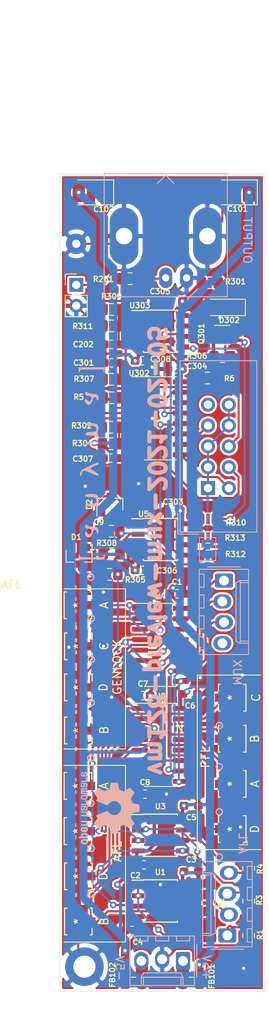
<source format=kicad_pcb>
(kicad_pcb (version 20171130) (host pcbnew "(5.1.5-0-10_14)")
  (layers (0 F.Cu signal) (31 B.Cu signal) (34 B.Paste user) (35 F.Paste user) (36 B.SilkS user) (37 F.SilkS user) (38 B.Mask user) (39 F.Mask user) (44 Edge.Cuts user))
  (net 0 "")
  (net 1 +5V)
  (net 2 GND)
  (net 3 -5V)
  (net 4 /supply+)
  (net 5 /supply-)
  (net 6 hsync)
  (net 7 porch)
  (net 8 /Resyncer/clipper_out)
  (net 9 "Net-(R310-Pad2)")
  (net 10 /Resyncer/synctip)
  (net 11 "Net-(C202-Pad1)")
  (net 12 "Net-(C301-Pad1)")
  (net 13 "Net-(D302-Pad2)")
  (net 14 "Net-(Q301-Pad2)")
  (net 15 "Net-(Q301-Pad4)")
  (net 16 "Net-(R201-Pad1)")
  (net 17 "Net-(R307-Pad2)")
  (net 18 "Net-(R312-Pad1)")
  (net 19 "Net-(U302-Pad15)")
  (net 20 "Net-(J105-Pad1)")
  (net 21 synkietxt)
  (net 22 synkietxt_enable)
  (net 23 "Net-(R5-Pad2)")
  (net 24 "Net-(R5-Pad1)")
  (net 25 "Net-(R6-Pad1)")
  (net 26 "Net-(C9-Pad2)")
  (net 27 "Net-(C9-Pad1)")
  (net 28 "Net-(D1-Pad1)")
  (net 29 "Net-(J1-Pad1)")
  (net 30 /afl1)
  (net 31 /pfl1)
  (net 32 /burst1)
  (net 33 /afl2)
  (net 34 /pfl2)
  (net 35 /burst2)
  (net 36 /afl3)
  (net 37 /pfl3)
  (net 38 /burst3)
  (net 39 /afl4)
  (net 40 /pfl4)
  (net 41 /burst4)
  (net 42 "Net-(J17-Pad1)")
  (net 43 "Net-(R1-Pad2)")
  (net 44 "Net-(R2-Pad2)")
  (net 45 "Net-(R3-Pad2)")
  (net 46 "Net-(R4-Pad2)")
  (net 47 /Resyncer/INPUT)
  (net 48 /mux3)
  (net 49 /mux2)
  (net 50 /mux1)
  (net 51 /Resyncer/GENLOCK)
  (net 52 "Net-(J1-Pad2)")
  (net 53 "Net-(J1-Pad3)")
  (net 54 "Net-(J1-Pad4)")
  (module synkie_footprints:Molex_KK-254_AE-6410-04A_1x04_P2.54mm_Vertical (layer B.Cu) (at 172.4 134.2 90)
    (fp_text reference J1 hide)
    (fp_text value Conn_01x04)
    (pad 1 thru_hole roundrect (at 0 0 90) (size 1.74 2.2) (drill 1.2) (layers *.Cu *.Mask) (roundrect_rratio 0.143678) (net 29 "Net-(J1-Pad1)"))
    (pad 2 thru_hole oval (at 2.54 0.2 90) (size 1.74 2.2) (drill 1.2) (layers *.Cu *.Mask) (net 52 "Net-(J1-Pad2)"))
    (pad 3 thru_hole oval (at 5.08 0 90) (size 1.74 2.2) (drill 1.2) (layers *.Cu *.Mask) (net 53 "Net-(J1-Pad3)"))
    (pad 4 thru_hole oval (at 7.62 0.2 90) (size 1.74 2.2) (drill 1.2) (layers *.Cu *.Mask) (net 54 "Net-(J1-Pad4)"))
  )
  (module synkie_footprints:Molex_KK-254_AE-6410-04A_1x04_P2.54mm_Vertical (layer B.Cu) (at 172 91 270)
    (fp_text reference J19 hide)
    (fp_text value Conn_01x04)
    (pad 1 thru_hole roundrect (at 0 0 270) (size 1.74 2.2) (drill 1.2) (layers *.Cu *.Mask) (roundrect_rratio 0.143678) (net 50 /mux1))
    (pad 2 thru_hole oval (at 2.54 0.2 270) (size 1.74 2.2) (drill 1.2) (layers *.Cu *.Mask) (net 49 /mux2))
    (pad 3 thru_hole oval (at 5.08 0 270) (size 1.74 2.2) (drill 1.2) (layers *.Cu *.Mask) (net 48 /mux3))
    (pad 4 thru_hole oval (at 7.62 0.2 270) (size 1.74 2.2) (drill 1.2) (layers *.Cu *.Mask))
  )
  (module synkie_footprints:PinHeader_1x02_P2.54mm_Vertical (layer F.Cu) (at 154 55)
    (fp_text reference J18 hide)
    (fp_text value OUT)
    (pad 2 thru_hole oval (at 0 2.54) (size 1.7 1.7) (drill 1) (layers *.Cu *.Mask) (net 2 GND))
    (pad 1 thru_hole rect (at 0 0) (size 1.7 1.7) (drill 1) (layers *.Cu *.Mask) (net 42 "Net-(J17-Pad1)"))
  )
  (module synkie_footprints:SOIC-16_3.9x9.9mm_P1.27mm (layer F.Cu) (at 164.25 98.825)
    (fp_text reference U4 (at 0 -5.9) (layer F.SilkS) (effects (font (size 0.65 0.65))))
    (fp_text value 4051)
    (pad 1 smd roundrect (at -2.475 -4.445) (size 1.95 0.6) (layers F.Cu F.Paste F.Mask) (net 32 /burst1))
    (pad 2 smd roundrect (at -2.475 -3.175) (size 1.95 0.6) (layers F.Cu F.Paste F.Mask) (net 38 /burst3))
    (pad 3 smd roundrect (at -2.475 -1.905) (size 1.95 0.6) (layers F.Cu F.Paste F.Mask) (net 51 /Resyncer/GENLOCK))
    (pad 4 smd roundrect (at -2.475 -0.635) (size 1.95 0.6) (layers F.Cu F.Paste F.Mask) (net 41 /burst4))
    (pad 5 smd roundrect (at -2.475 0.635) (size 1.95 0.6) (layers F.Cu F.Paste F.Mask) (net 35 /burst2))
    (pad 6 smd roundrect (at -2.475 1.905) (size 1.95 0.6) (layers F.Cu F.Paste F.Mask) (net 2 GND))
    (pad 7 smd roundrect (at -2.475 3.175) (size 1.95 0.6) (layers F.Cu F.Paste F.Mask) (net 3 -5V))
    (pad 8 smd roundrect (at -2.475 4.445) (size 1.95 0.6) (layers F.Cu F.Paste F.Mask) (net 2 GND))
    (pad 9 smd roundrect (at 2.475 4.445) (size 1.95 0.6) (layers F.Cu F.Paste F.Mask) (net 48 /mux3))
    (pad 10 smd roundrect (at 2.475 3.175) (size 1.95 0.6) (layers F.Cu F.Paste F.Mask) (net 49 /mux2))
    (pad 11 smd roundrect (at 2.475 1.905) (size 1.95 0.6) (layers F.Cu F.Paste F.Mask) (net 50 /mux1))
    (pad 12 smd roundrect (at 2.475 0.635) (size 1.95 0.6) (layers F.Cu F.Paste F.Mask) (net 41 /burst4))
    (pad 13 smd roundrect (at 2.475 -0.635) (size 1.95 0.6) (layers F.Cu F.Paste F.Mask) (net 32 /burst1))
    (pad 14 smd roundrect (at 2.475 -1.905) (size 1.95 0.6) (layers F.Cu F.Paste F.Mask) (net 35 /burst2))
    (pad 15 smd roundrect (at 2.475 -3.175) (size 1.95 0.6) (layers F.Cu F.Paste F.Mask) (net 38 /burst3))
    (pad 16 smd roundrect (at 2.475 -4.445) (size 1.95 0.6) (layers F.Cu F.Paste F.Mask) (net 1 +5V))
  )
  (module synkie_footprints:SOIC-8_3.9x4.9mm_P1.27mm (layer F.Cu) (at 164.25 122)
    (fp_text reference U3 (at 0 -3.5) (layer F.SilkS) (effects (font (size 0.65 0.65))))
    (fp_text value MAX4392)
    (pad 8 smd rect (at 2.7 -1.905) (size 1.55 0.6) (layers F.Cu F.Paste F.Mask) (net 1 +5V))
    (pad 7 smd rect (at 2.7 -0.635) (size 1.55 0.6) (layers F.Cu F.Paste F.Mask) (net 46 "Net-(R4-Pad2)"))
    (pad 6 smd rect (at 2.7 0.635) (size 1.55 0.6) (layers F.Cu F.Paste F.Mask) (net 46 "Net-(R4-Pad2)"))
    (pad 5 smd rect (at 2.7 1.905) (size 1.55 0.6) (layers F.Cu F.Paste F.Mask) (net 39 /afl4))
    (pad 4 smd rect (at -2.7 1.905) (size 1.55 0.6) (layers F.Cu F.Paste F.Mask) (net 3 -5V))
    (pad 3 smd rect (at -2.7 0.635) (size 1.55 0.6) (layers F.Cu F.Paste F.Mask) (net 36 /afl3))
    (pad 2 smd rect (at -2.7 -0.635) (size 1.55 0.6) (layers F.Cu F.Paste F.Mask) (net 45 "Net-(R3-Pad2)"))
    (pad 1 smd rect (at -2.7 -1.905) (size 1.55 0.6) (layers F.Cu F.Paste F.Mask) (net 45 "Net-(R3-Pad2)"))
  )
  (module synkie_footprints:SOIC-16_3.9x9.9mm_P1.27mm (layer F.Cu) (at 164.25 111)
    (fp_text reference U2 (at 0 -5.9) (layer F.SilkS) (effects (font (size 0.65 0.65))))
    (fp_text value 4051)
    (pad 1 smd roundrect (at -2.475 -4.445) (size 1.95 0.6) (layers F.Cu F.Paste F.Mask) (net 30 /afl1))
    (pad 2 smd roundrect (at -2.475 -3.175) (size 1.95 0.6) (layers F.Cu F.Paste F.Mask) (net 36 /afl3))
    (pad 3 smd roundrect (at -2.475 -1.905) (size 1.95 0.6) (layers F.Cu F.Paste F.Mask) (net 47 /Resyncer/INPUT))
    (pad 4 smd roundrect (at -2.475 -0.635) (size 1.95 0.6) (layers F.Cu F.Paste F.Mask) (net 39 /afl4))
    (pad 5 smd roundrect (at -2.475 0.635) (size 1.95 0.6) (layers F.Cu F.Paste F.Mask) (net 33 /afl2))
    (pad 6 smd roundrect (at -2.475 1.905) (size 1.95 0.6) (layers F.Cu F.Paste F.Mask) (net 2 GND))
    (pad 7 smd roundrect (at -2.475 3.175) (size 1.95 0.6) (layers F.Cu F.Paste F.Mask) (net 3 -5V))
    (pad 8 smd roundrect (at -2.475 4.445) (size 1.95 0.6) (layers F.Cu F.Paste F.Mask) (net 2 GND))
    (pad 9 smd roundrect (at 2.475 4.445) (size 1.95 0.6) (layers F.Cu F.Paste F.Mask) (net 48 /mux3))
    (pad 10 smd roundrect (at 2.475 3.175) (size 1.95 0.6) (layers F.Cu F.Paste F.Mask) (net 49 /mux2))
    (pad 11 smd roundrect (at 2.475 1.905) (size 1.95 0.6) (layers F.Cu F.Paste F.Mask) (net 50 /mux1))
    (pad 12 smd roundrect (at 2.475 0.635) (size 1.95 0.6) (layers F.Cu F.Paste F.Mask) (net 40 /pfl4))
    (pad 13 smd roundrect (at 2.475 -0.635) (size 1.95 0.6) (layers F.Cu F.Paste F.Mask) (net 31 /pfl1))
    (pad 14 smd roundrect (at 2.475 -1.905) (size 1.95 0.6) (layers F.Cu F.Paste F.Mask) (net 34 /pfl2))
    (pad 15 smd roundrect (at 2.475 -3.175) (size 1.95 0.6) (layers F.Cu F.Paste F.Mask) (net 37 /pfl3))
    (pad 16 smd roundrect (at 2.475 -4.445) (size 1.95 0.6) (layers F.Cu F.Paste F.Mask) (net 1 +5V))
  )
  (module synkie_footprints:SOIC-8_3.9x4.9mm_P1.27mm (layer F.Cu) (at 164.25 130)
    (fp_text reference U1 (at 0 -3.5) (layer F.SilkS) (effects (font (size 0.65 0.65))))
    (fp_text value MAX4392)
    (pad 8 smd rect (at 2.7 -1.905) (size 1.55 0.6) (layers F.Cu F.Paste F.Mask) (net 1 +5V))
    (pad 7 smd rect (at 2.7 -0.635) (size 1.55 0.6) (layers F.Cu F.Paste F.Mask) (net 44 "Net-(R2-Pad2)"))
    (pad 6 smd rect (at 2.7 0.635) (size 1.55 0.6) (layers F.Cu F.Paste F.Mask) (net 44 "Net-(R2-Pad2)"))
    (pad 5 smd rect (at 2.7 1.905) (size 1.55 0.6) (layers F.Cu F.Paste F.Mask) (net 33 /afl2))
    (pad 4 smd rect (at -2.7 1.905) (size 1.55 0.6) (layers F.Cu F.Paste F.Mask) (net 3 -5V))
    (pad 3 smd rect (at -2.7 0.635) (size 1.55 0.6) (layers F.Cu F.Paste F.Mask) (net 30 /afl1))
    (pad 2 smd rect (at -2.7 -0.635) (size 1.55 0.6) (layers F.Cu F.Paste F.Mask) (net 43 "Net-(R1-Pad2)"))
    (pad 1 smd rect (at -2.7 -1.905) (size 1.55 0.6) (layers F.Cu F.Paste F.Mask) (net 43 "Net-(R1-Pad2)"))
  )
  (module synkie_footprints:R_0805_2012Metric_Pad1.15x1.40mm_HandSolder (layer F.Cu) (at 175 126.025 90)
    (fp_text reference R4 (at -0.075 1.4 90) (layer F.SilkS) (effects (font (size 0.65 0.65))))
    (fp_text value 75)
    (pad 2 smd roundrect (at 1.025 0 90) (size 1.15 1.4) (layers F.Cu F.Paste F.Mask) (roundrect_rratio 0.217391) (net 46 "Net-(R4-Pad2)"))
    (pad 1 smd roundrect (at -1.025 0 90) (size 1.15 1.4) (layers F.Cu F.Paste F.Mask) (roundrect_rratio 0.217391) (net 54 "Net-(J1-Pad4)"))
  )
  (module synkie_footprints:R_0805_2012Metric_Pad1.15x1.40mm_HandSolder (layer F.Cu) (at 175 130 270)
    (fp_text reference R3 (at -0.1 -1.3 90) (layer F.SilkS) (effects (font (size 0.65 0.65))))
    (fp_text value 75)
    (pad 2 smd roundrect (at 1.025 0 270) (size 1.15 1.4) (layers F.Cu F.Paste F.Mask) (roundrect_rratio 0.217391) (net 45 "Net-(R3-Pad2)"))
    (pad 1 smd roundrect (at -1.025 0 270) (size 1.15 1.4) (layers F.Cu F.Paste F.Mask) (roundrect_rratio 0.217391) (net 53 "Net-(J1-Pad3)"))
  )
  (module synkie_footprints:R_0805_2012Metric_Pad1.15x1.40mm_HandSolder (layer F.Cu) (at 170 130.25 270)
    (fp_text reference R2 (at 0 -1.65 90) (layer F.SilkS) (effects (font (size 0.65 0.65))))
    (fp_text value 75)
    (pad 2 smd roundrect (at 1.025 0 270) (size 1.15 1.4) (layers F.Cu F.Paste F.Mask) (roundrect_rratio 0.217391) (net 44 "Net-(R2-Pad2)"))
    (pad 1 smd roundrect (at -1.025 0 270) (size 1.15 1.4) (layers F.Cu F.Paste F.Mask) (roundrect_rratio 0.217391) (net 52 "Net-(J1-Pad2)"))
  )
  (module synkie_footprints:R_0805_2012Metric_Pad1.15x1.40mm_HandSolder (layer F.Cu) (at 175 134.225 270)
    (fp_text reference R1 (at -0.125 -1.4 90) (layer F.SilkS) (effects (font (size 0.65 0.65))))
    (fp_text value 75)
    (pad 2 smd roundrect (at 1.025 0 270) (size 1.15 1.4) (layers F.Cu F.Paste F.Mask) (roundrect_rratio 0.217391) (net 43 "Net-(R1-Pad2)"))
    (pad 1 smd roundrect (at -1.025 0 270) (size 1.15 1.4) (layers F.Cu F.Paste F.Mask) (roundrect_rratio 0.217391) (net 29 "Net-(J1-Pad1)"))
  )
  (module synkie_footprints:TE_UMCC_2337019-1 (layer F.Cu) (at 154.25 104 270)
    (fp_text reference J16 hide)
    (fp_text value UMCC hide)
    (fp_text user * (at 0 0 90) (layer F.SilkS))
    (pad 1 smd rect (at 0 -1.5744 270) (size 1 1.05) (layers F.Cu F.Paste F.Mask) (net 41 /burst4))
    (pad 2 smd rect (at -1.497501 -0.049399 270) (size 1.0414 2.2098) (layers F.Cu F.Paste F.Mask) (net 2 GND))
    (pad 3 smd rect (at 1.497501 -0.049399 270) (size 1.0414 2.2098) (layers F.Cu F.Paste F.Mask) (net 2 GND))
  )
  (module synkie_footprints:TE_UMCC_2337019-1 (layer F.Cu) (at 173 121.25 90)
    (fp_text reference J15 hide)
    (fp_text value UMCC hide)
    (fp_text user * (at 0 0 90) (layer F.SilkS))
    (pad 1 smd rect (at 0 -1.5744 90) (size 1 1.05) (layers F.Cu F.Paste F.Mask) (net 40 /pfl4))
    (pad 2 smd rect (at -1.497501 -0.049399 90) (size 1.0414 2.2098) (layers F.Cu F.Paste F.Mask) (net 2 GND))
    (pad 3 smd rect (at 1.497501 -0.049399 90) (size 1.0414 2.2098) (layers F.Cu F.Paste F.Mask) (net 2 GND))
  )
  (module synkie_footprints:TE_UMCC_2337019-1 (layer F.Cu) (at 154.25 127 270)
    (fp_text reference J14 hide)
    (fp_text value UMCC hide)
    (fp_text user * (at 0 0 90) (layer F.SilkS))
    (pad 1 smd rect (at 0 -1.5744 270) (size 1 1.05) (layers F.Cu F.Paste F.Mask) (net 39 /afl4))
    (pad 2 smd rect (at -1.497501 -0.049399 270) (size 1.0414 2.2098) (layers F.Cu F.Paste F.Mask) (net 2 GND))
    (pad 3 smd rect (at 1.497501 -0.049399 270) (size 1.0414 2.2098) (layers F.Cu F.Paste F.Mask) (net 2 GND))
  )
  (module synkie_footprints:TE_UMCC_2337019-1 (layer F.Cu) (at 154.25 99 270)
    (fp_text reference J13 hide)
    (fp_text value UMCC hide)
    (fp_text user * (at 0 0 90) (layer F.SilkS))
    (pad 1 smd rect (at 0 -1.5744 270) (size 1 1.05) (layers F.Cu F.Paste F.Mask) (net 38 /burst3))
    (pad 2 smd rect (at -1.497501 -0.049399 270) (size 1.0414 2.2098) (layers F.Cu F.Paste F.Mask) (net 2 GND))
    (pad 3 smd rect (at 1.497501 -0.049399 270) (size 1.0414 2.2098) (layers F.Cu F.Paste F.Mask) (net 2 GND))
  )
  (module synkie_footprints:TE_UMCC_2337019-1 (layer F.Cu) (at 173 105.25 90)
    (fp_text reference J12 hide)
    (fp_text value UMCC hide)
    (fp_text user * (at 0 0 90) (layer F.SilkS))
    (pad 1 smd rect (at 0 -1.5744 90) (size 1 1.05) (layers F.Cu F.Paste F.Mask) (net 37 /pfl3))
    (pad 2 smd rect (at -1.497501 -0.049399 90) (size 1.0414 2.2098) (layers F.Cu F.Paste F.Mask) (net 2 GND))
    (pad 3 smd rect (at 1.497501 -0.049399 90) (size 1.0414 2.2098) (layers F.Cu F.Paste F.Mask) (net 2 GND))
  )
  (module synkie_footprints:TE_UMCC_2337019-1 (layer F.Cu) (at 154.200601 121.499167 270)
    (fp_text reference J11 hide)
    (fp_text value UMCC hide)
    (fp_text user * (at 0 0 90) (layer F.SilkS))
    (pad 1 smd rect (at 0 -1.5744 270) (size 1 1.05) (layers F.Cu F.Paste F.Mask) (net 36 /afl3))
    (pad 2 smd rect (at -1.497501 -0.049399 270) (size 1.0414 2.2098) (layers F.Cu F.Paste F.Mask) (net 2 GND))
    (pad 3 smd rect (at 1.497501 -0.049399 270) (size 1.0414 2.2098) (layers F.Cu F.Paste F.Mask) (net 2 GND))
  )
  (module synkie_footprints:TE_UMCC_2337019-1 (layer F.Cu) (at 154.25 109.25 270)
    (fp_text reference J10 hide)
    (fp_text value UMCC hide)
    (fp_text user * (at 0 0 90) (layer F.SilkS))
    (pad 1 smd rect (at 0 -1.5744 270) (size 1 1.05) (layers F.Cu F.Paste F.Mask) (net 35 /burst2))
    (pad 2 smd rect (at -1.497501 -0.049399 270) (size 1.0414 2.2098) (layers F.Cu F.Paste F.Mask) (net 2 GND))
    (pad 3 smd rect (at 1.497501 -0.049399 270) (size 1.0414 2.2098) (layers F.Cu F.Paste F.Mask) (net 2 GND))
  )
  (module synkie_footprints:TE_UMCC_2337019-1 (layer F.Cu) (at 173 110.25 90)
    (fp_text reference J9 hide)
    (fp_text value UMCC hide)
    (fp_text user * (at 0 0 90) (layer F.SilkS))
    (pad 1 smd rect (at 0 -1.5744 90) (size 1 1.05) (layers F.Cu F.Paste F.Mask) (net 34 /pfl2))
    (pad 2 smd rect (at -1.497501 -0.049399 90) (size 1.0414 2.2098) (layers F.Cu F.Paste F.Mask) (net 2 GND))
    (pad 3 smd rect (at 1.497501 -0.049399 90) (size 1.0414 2.2098) (layers F.Cu F.Paste F.Mask) (net 2 GND))
  )
  (module synkie_footprints:TE_UMCC_2337019-1 (layer F.Cu) (at 154.25 132.5 270)
    (fp_text reference J8 hide)
    (fp_text value UMCC hide)
    (fp_text user * (at 0 0 90) (layer F.SilkS))
    (pad 1 smd rect (at 0 -1.5744 270) (size 1 1.05) (layers F.Cu F.Paste F.Mask) (net 33 /afl2))
    (pad 2 smd rect (at -1.497501 -0.049399 270) (size 1.0414 2.2098) (layers F.Cu F.Paste F.Mask) (net 2 GND))
    (pad 3 smd rect (at 1.497501 -0.049399 270) (size 1.0414 2.2098) (layers F.Cu F.Paste F.Mask) (net 2 GND))
  )
  (module synkie_footprints:TE_UMCC_2337019-1 (layer F.Cu) (at 154.200601 94 270)
    (fp_text reference J7 hide)
    (fp_text value UMCC hide)
    (fp_text user * (at 0 0 90) (layer F.SilkS))
    (pad 1 smd rect (at 0 -1.5744 270) (size 1 1.05) (layers F.Cu F.Paste F.Mask) (net 32 /burst1))
    (pad 2 smd rect (at -1.497501 -0.049399 270) (size 1.0414 2.2098) (layers F.Cu F.Paste F.Mask) (net 2 GND))
    (pad 3 smd rect (at 1.497501 -0.049399 270) (size 1.0414 2.2098) (layers F.Cu F.Paste F.Mask) (net 2 GND))
  )
  (module synkie_footprints:TE_UMCC_2337019-1 (layer F.Cu) (at 173 115.75 90)
    (fp_text reference J6 hide)
    (fp_text value UMCC hide)
    (fp_text user * (at 0 0 90) (layer F.SilkS))
    (pad 1 smd rect (at 0 -1.5744 90) (size 1 1.05) (layers F.Cu F.Paste F.Mask) (net 31 /pfl1))
    (pad 2 smd rect (at -1.497501 -0.049399 90) (size 1.0414 2.2098) (layers F.Cu F.Paste F.Mask) (net 2 GND))
    (pad 3 smd rect (at 1.497501 -0.049399 90) (size 1.0414 2.2098) (layers F.Cu F.Paste F.Mask) (net 2 GND))
  )
  (module synkie_footprints:TE_UMCC_2337019-1 (layer F.Cu) (at 154.200601 116 270)
    (fp_text reference J5 hide)
    (fp_text value UMCC hide)
    (fp_text user * (at 0 0 90) (layer F.SilkS))
    (pad 1 smd rect (at 0 -1.5744 270) (size 1 1.05) (layers F.Cu F.Paste F.Mask) (net 30 /afl1))
    (pad 2 smd rect (at -1.497501 -0.049399 270) (size 1.0414 2.2098) (layers F.Cu F.Paste F.Mask) (net 2 GND))
    (pad 3 smd rect (at 1.497501 -0.049399 270) (size 1.0414 2.2098) (layers F.Cu F.Paste F.Mask) (net 2 GND))
  )
  (module synkie_footprints:C_0603_1608Metric_Pad1.05x0.95mm_HandSolder (layer F.Cu) (at 162.375 117)
    (fp_text reference C8 (at 0 -1.43) (layer F.SilkS) (effects (font (size 0.65 0.65))))
    (fp_text value C)
    (pad 2 smd roundrect (at 0.875 0) (size 1.05 0.95) (layers F.Cu F.Paste F.Mask) (net 3 -5V))
    (pad 1 smd roundrect (at -0.875 0) (size 1.05 0.95) (layers F.Cu F.Paste F.Mask) (net 2 GND))
  )
  (module synkie_footprints:C_0603_1608Metric_Pad1.05x0.95mm_HandSolder (layer F.Cu) (at 162.125 105)
    (fp_text reference C7 (at 0 -1.43) (layer F.SilkS) (effects (font (size 0.65 0.65))))
    (fp_text value C)
    (pad 2 smd roundrect (at 0.875 0) (size 1.05 0.95) (layers F.Cu F.Paste F.Mask) (net 3 -5V))
    (pad 1 smd roundrect (at -0.875 0) (size 1.05 0.95) (layers F.Cu F.Paste F.Mask) (net 2 GND))
  )
  (module synkie_footprints:C_0603_1608Metric_Pad1.05x0.95mm_HandSolder (layer F.Cu) (at 167.875 104.8 180)
    (fp_text reference C6 (at 0 -1.43) (layer F.SilkS) (effects (font (size 0.65 0.65))))
    (fp_text value C)
    (pad 2 smd roundrect (at 0.875 0 180) (size 1.05 0.95) (layers F.Cu F.Paste F.Mask) (net 1 +5V))
    (pad 1 smd roundrect (at -0.875 0 180) (size 1.05 0.95) (layers F.Cu F.Paste F.Mask) (net 2 GND))
  )
  (module synkie_footprints:C_0603_1608Metric_Pad1.05x0.95mm_HandSolder (layer F.Cu) (at 168 118.4 180)
    (fp_text reference C5 (at 0 -1.43) (layer F.SilkS) (effects (font (size 0.65 0.65))))
    (fp_text value C)
    (pad 2 smd roundrect (at 0.875 0 180) (size 1.05 0.95) (layers F.Cu F.Paste F.Mask) (net 1 +5V))
    (pad 1 smd roundrect (at -0.875 0 180) (size 1.05 0.95) (layers F.Cu F.Paste F.Mask) (net 2 GND))
  )
  (module synkie_footprints:C_0603_1608Metric_Pad1.05x0.95mm_HandSolder (layer F.Cu) (at 160.8 133.6)
    (fp_text reference C4 (at 0.7 1.4) (layer F.SilkS) (effects (font (size 0.65 0.65))))
    (fp_text value 100n)
    (pad 2 smd roundrect (at 0.875 0) (size 1.05 0.95) (layers F.Cu F.Paste F.Mask) (net 3 -5V))
    (pad 1 smd roundrect (at -0.875 0) (size 1.05 0.95) (layers F.Cu F.Paste F.Mask) (net 2 GND))
  )
  (module synkie_footprints:C_0603_1608Metric_Pad1.05x0.95mm_HandSolder (layer F.Cu) (at 168 126.4)
    (fp_text reference C3 (at 0 -1.43) (layer F.SilkS) (effects (font (size 0.65 0.65))))
    (fp_text value 100n)
    (pad 2 smd roundrect (at 0.875 0) (size 1.05 0.95) (layers F.Cu F.Paste F.Mask) (net 2 GND))
    (pad 1 smd roundrect (at -0.875 0) (size 1.05 0.95) (layers F.Cu F.Paste F.Mask) (net 1 +5V))
  )
  (module synkie_footprints:C_0603_1608Metric_Pad1.05x0.95mm_HandSolder (layer F.Cu) (at 162.25 125.6 180)
    (fp_text reference C2 (at 1.05 -1.3) (layer F.SilkS) (effects (font (size 0.65 0.65))))
    (fp_text value 100n)
    (pad 2 smd roundrect (at 0.875 0 180) (size 1.05 0.95) (layers F.Cu F.Paste F.Mask) (net 3 -5V))
    (pad 1 smd roundrect (at -0.875 0 180) (size 1.05 0.95) (layers F.Cu F.Paste F.Mask) (net 2 GND))
  )
  (module synkie_footprints:C_0603_1608Metric_Pad1.05x0.95mm_HandSolder (layer F.Cu) (at 166.275 92.6)
    (fp_text reference C1 (at 0 -1.43) (layer F.SilkS) (effects (font (size 0.65 0.65))))
    (fp_text value 100n)
    (pad 2 smd roundrect (at 0.875 0) (size 1.05 0.95) (layers F.Cu F.Paste F.Mask) (net 2 GND))
    (pad 1 smd roundrect (at -0.875 0) (size 1.05 0.95) (layers F.Cu F.Paste F.Mask) (net 1 +5V))
  )
  (module Jumper:SolderJumper-2_P1.3mm_Bridged_Pad1.0x1.5mm (layer B.Cu) (at 170 87.15 90)
    (fp_text reference JP2 hide)
    (fp_text value Jumper_NC_Small)
    (fp_poly (pts (xy -0.25 0.3) (xy 0.25 0.3) (xy 0.25 -0.3) (xy -0.25 -0.3)) (layer B.Cu) (width 0))
    (pad 2 smd rect (at 0.65 0 90) (size 1 1.5) (layers B.Cu B.Mask) (net 20 "Net-(J105-Pad1)"))
    (pad 1 smd rect (at -0.65 0 90) (size 1 1.5) (layers B.Cu B.Mask) (net 2 GND))
  )
  (module synkie_footprints:R_0805_2012Metric_Pad1.15x1.40mm_HandSolder (layer F.Cu) (at 169.9738 66.3412)
    (fp_text reference R6 (at 2.6762 0.0588) (layer F.SilkS) (effects (font (size 0.65 0.65))))
    (fp_text value 200)
    (pad 2 smd roundrect (at 1.025 0) (size 1.15 1.4) (layers F.Cu F.Paste F.Mask) (roundrect_rratio 0.217391) (net 21 synkietxt))
    (pad 1 smd roundrect (at -1.025 0) (size 1.15 1.4) (layers F.Cu F.Paste F.Mask) (roundrect_rratio 0.217391) (net 25 "Net-(R6-Pad1)"))
  )
  (module synkie_footprints:R_0805_2012Metric_Pad1.15x1.40mm_HandSolder (layer F.Cu) (at 158.3238 68.7412 180)
    (fp_text reference R5 (at 4.0238 0.0912) (layer F.SilkS) (effects (font (size 0.65 0.65))))
    (fp_text value 100)
    (pad 2 smd roundrect (at 1.025 0 180) (size 1.15 1.4) (layers F.Cu F.Paste F.Mask) (roundrect_rratio 0.217391) (net 23 "Net-(R5-Pad2)"))
    (pad 1 smd roundrect (at -1.025 0 180) (size 1.15 1.4) (layers F.Cu F.Paste F.Mask) (roundrect_rratio 0.217391) (net 24 "Net-(R5-Pad1)"))
  )
  (module synkie_footprints:D_SOT-23_ANK (layer F.Cu) (at 158.0988 81.7412 90)
    (fp_text reference D2 (at 0 -2.5 90) (layer F.SilkS) (effects (font (size 0.65 0.65))))
    (fp_text value BAT54)
    (pad 1 smd rect (at 1 0 90) (size 0.9 0.8) (layers F.Cu F.Paste F.Mask) (net 27 "Net-(C9-Pad1)"))
    (pad "" smd rect (at -1 0.95 90) (size 0.9 0.8) (layers F.Cu F.Paste F.Mask))
    (pad 2 smd rect (at -1 -0.95 90) (size 0.9 0.8) (layers F.Cu F.Paste F.Mask) (net 26 "Net-(C9-Pad2)"))
  )
  (module synkie_footprints:D_SOT-23_ANK (layer F.Cu) (at 154.3488 87.9912 270)
    (fp_text reference D1 (at -2.2912 0.3488 180) (layer F.SilkS) (effects (font (size 0.65 0.65))))
    (fp_text value BAT54)
    (pad 1 smd rect (at 1 0 270) (size 0.9 0.8) (layers F.Cu F.Paste F.Mask) (net 28 "Net-(D1-Pad1)"))
    (pad "" smd rect (at -1 0.95 270) (size 0.9 0.8) (layers F.Cu F.Paste F.Mask))
    (pad 2 smd rect (at -1 -0.95 270) (size 0.9 0.8) (layers F.Cu F.Paste F.Mask) (net 27 "Net-(C9-Pad1)"))
  )
  (module Symbol:OSHW-Logo2_9.8x8mm_SilkScreen (layer B.Cu) (at 158 118.7 90)
    (fp_text reference U7 hide)
    (fp_text value LOGO hide)
  )
  (module anyma_footprints:logo_anyma (layer B.Cu) (at 155.7988 76.6412 90)
    (fp_text reference U6 hide)
    (fp_text value LOGO hide)
  )
  (module MountingHole:MountingHole_2.7mm_M2.5_DIN965_Pad (layer F.Cu) (at 155 138)
    (fp_text reference H1 hide)
    (fp_text value MountingHole_Pad)
    (pad 1 thru_hole circle (at 0 0) (size 4.7 4.7) (drill 2.7) (layers *.Cu *.Mask) (net 2 GND))
  )
  (module synkie_footprints:L_0805_2012Metric_Pad1.15x1.40mm_HandSolder (layer F.Cu) (at 160.975 140 180)
    (fp_text reference FB102 (at 2.575 1 90) (layer F.SilkS) (effects (font (size 0.65 0.65))))
    (fp_text value 330u)
    (pad 1 smd roundrect (at -1.025 0 180) (size 1.15 1.4) (layers F.Cu F.Paste F.Mask) (roundrect_rratio 0.217391) (net 5 /supply-))
    (pad 2 smd roundrect (at 1.025 0 180) (size 1.15 1.4) (layers F.Cu F.Paste F.Mask) (roundrect_rratio 0.217391) (net 3 -5V))
  )
  (module synkie_footprints:L_0805_2012Metric_Pad1.15x1.40mm_HandSolder (layer F.Cu) (at 168 140)
    (fp_text reference FB101 (at 2.5 -0.8 90) (layer F.SilkS) (effects (font (size 0.65 0.65))))
    (fp_text value 330u)
    (pad 1 smd roundrect (at -1.025 0) (size 1.15 1.4) (layers F.Cu F.Paste F.Mask) (roundrect_rratio 0.217391) (net 4 /supply+))
    (pad 2 smd roundrect (at 1.025 0) (size 1.15 1.4) (layers F.Cu F.Paste F.Mask) (roundrect_rratio 0.217391) (net 1 +5V))
  )
  (module synkie_footprints:SOIC-8_3.9x4.9mm_P1.27mm (layer F.Cu) (at 164.25 85.9912)
    (fp_text reference U5 (at -2.05 -3.1) (layer F.SilkS) (effects (font (size 0.65 0.65))))
    (fp_text value LMH6643)
    (pad 8 smd rect (at 2.7 -1.905) (size 1.55 0.6) (layers F.Cu F.Paste F.Mask) (net 1 +5V))
    (pad 7 smd rect (at 2.7 -0.635) (size 1.55 0.6) (layers F.Cu F.Paste F.Mask) (net 9 "Net-(R310-Pad2)"))
    (pad 6 smd rect (at 2.7 0.635) (size 1.55 0.6) (layers F.Cu F.Paste F.Mask) (net 18 "Net-(R312-Pad1)"))
    (pad 5 smd rect (at 2.7 1.905) (size 1.55 0.6) (layers F.Cu F.Paste F.Mask) (net 2 GND))
    (pad 4 smd rect (at -2.7 1.905) (size 1.55 0.6) (layers F.Cu F.Paste F.Mask) (net 3 -5V))
    (pad 3 smd rect (at -2.7 0.635) (size 1.55 0.6) (layers F.Cu F.Paste F.Mask) (net 2 GND))
    (pad 2 smd rect (at -2.7 -0.635) (size 1.55 0.6) (layers F.Cu F.Paste F.Mask) (net 28 "Net-(D1-Pad1)"))
    (pad 1 smd rect (at -2.7 -1.905) (size 1.55 0.6) (layers F.Cu F.Paste F.Mask) (net 27 "Net-(C9-Pad1)"))
  )
  (module synkie_footprints:R_0805_2012Metric_Pad1.15x1.40mm_HandSolder (layer F.Cu) (at 170.0488 85.7412)
    (fp_text reference R313 (at 3.3 0.05) (layer F.SilkS) (effects (font (size 0.65 0.65))))
    (fp_text value 75)
    (pad 2 smd roundrect (at 1.025 0) (size 1.15 1.4) (layers F.Cu F.Paste F.Mask) (roundrect_rratio 0.217391) (net 18 "Net-(R312-Pad1)"))
    (pad 1 smd roundrect (at -1.025 0) (size 1.15 1.4) (layers F.Cu F.Paste F.Mask) (roundrect_rratio 0.217391) (net 9 "Net-(R310-Pad2)"))
  )
  (module synkie_footprints:R_0805_2012Metric_Pad1.15x1.40mm_HandSolder (layer F.Cu) (at 170.0488 87.9912)
    (fp_text reference R312 (at 3.35 -0.2) (layer F.SilkS) (effects (font (size 0.65 0.65))))
    (fp_text value 75)
    (pad 2 smd roundrect (at 1.025 0) (size 1.15 1.4) (layers F.Cu F.Paste F.Mask) (roundrect_rratio 0.217391) (net 26 "Net-(C9-Pad2)"))
    (pad 1 smd roundrect (at -1.025 0) (size 1.15 1.4) (layers F.Cu F.Paste F.Mask) (roundrect_rratio 0.217391) (net 18 "Net-(R312-Pad1)"))
  )
  (module synkie_footprints:R_0805_2012Metric_Pad1.15x1.40mm_HandSolder (layer F.Cu) (at 158.2988 87.7412)
    (fp_text reference R308 (at -0.6 -1.3) (layer F.SilkS) (effects (font (size 0.65 0.65))))
    (fp_text value 75)
    (pad 2 smd roundrect (at 1.025 0) (size 1.15 1.4) (layers F.Cu F.Paste F.Mask) (roundrect_rratio 0.217391) (net 28 "Net-(D1-Pad1)"))
    (pad 1 smd roundrect (at -1.025 0) (size 1.15 1.4) (layers F.Cu F.Paste F.Mask) (roundrect_rratio 0.217391) (net 26 "Net-(C9-Pad2)"))
  )
  (module synkie_footprints:R_0805_2012Metric_Pad1.15x1.40mm_HandSolder (layer F.Cu) (at 158.0488 90.2412)
    (fp_text reference R305 (at 3.1512 0.6588) (layer F.SilkS) (effects (font (size 0.65 0.65))))
    (fp_text value 75)
    (pad 2 smd roundrect (at 1.025 0) (size 1.15 1.4) (layers F.Cu F.Paste F.Mask) (roundrect_rratio 0.217391) (net 47 /Resyncer/INPUT))
    (pad 1 smd roundrect (at -1.025 0) (size 1.15 1.4) (layers F.Cu F.Paste F.Mask) (roundrect_rratio 0.217391) (net 28 "Net-(D1-Pad1)"))
  )
  (module synkie_footprints:R_0805_2012Metric_Pad1.15x1.40mm_HandSolder (layer F.Cu) (at 160.5488 54.2412)
    (fp_text reference R201 (at -3.2488 0.0588) (layer F.SilkS) (effects (font (size 0.65 0.65))))
    (fp_text value 75)
    (pad 2 smd roundrect (at 1.025 0) (size 1.15 1.4) (layers F.Cu F.Paste F.Mask) (roundrect_rratio 0.217391) (net 42 "Net-(J17-Pad1)"))
    (pad 1 smd roundrect (at -1.025 0) (size 1.15 1.4) (layers F.Cu F.Paste F.Mask) (roundrect_rratio 0.217391) (net 16 "Net-(R201-Pad1)"))
  )
  (module synkie_footprints:BNC_MOLEX_0731000080_Horizontal (layer B.Cu) (at 164.8988 54.1412 180)
    (fp_text reference J17 hide)
    (fp_text value Conn_Coaxial)
    (pad 2 thru_hole oval (at -5.08 5.08 180) (size 3.5 7) (drill 2.01) (layers *.Cu *.Mask) (net 2 GND))
    (pad 2 thru_hole oval (at 5.08 5.08 180) (size 3.5 7) (drill 2.01) (layers *.Cu *.Mask) (net 2 GND))
    (pad 1 thru_hole oval (at 0 0 180) (size 1.6 2.5) (drill 0.89) (layers *.Cu *.Mask) (net 42 "Net-(J17-Pad1)"))
    (pad 2 thru_hole oval (at -2.54 0 180) (size 1.6 2.5) (drill 0.89) (layers *.Cu *.Mask) (net 2 GND))
  )
  (module synkie_footprints:C_0603_1608Metric_Pad1.05x0.95mm_HandSolder (layer F.Cu) (at 158.2988 62.2412 180)
    (fp_text reference C202 (at 3.45 0) (layer F.SilkS) (effects (font (size 0.65 0.65))))
    (fp_text value 10p)
    (pad 2 smd roundrect (at 0.875 0 180) (size 1.05 0.95) (layers F.Cu F.Paste F.Mask) (net 2 GND))
    (pad 1 smd roundrect (at -0.875 0 180) (size 1.05 0.95) (layers F.Cu F.Paste F.Mask) (net 11 "Net-(C202-Pad1)"))
  )
  (module synkie_footprints:C_0805_2012Metric_Pad1.15x1.40mm_HandSolder (layer F.Cu) (at 158.2738 84.9912)
    (fp_text reference C9 (at -1.525 -1.1) (layer F.SilkS) (effects (font (size 0.65 0.65))))
    (fp_text value 1n)
    (pad 2 smd roundrect (at 1.025 0) (size 1.15 1.4) (layers F.Cu F.Paste F.Mask) (roundrect_rratio 0.217391) (net 26 "Net-(C9-Pad2)"))
    (pad 1 smd roundrect (at -1.025 0) (size 1.15 1.4) (layers F.Cu F.Paste F.Mask) (roundrect_rratio 0.217391) (net 27 "Net-(C9-Pad1)"))
  )
  (module synkie_footprints:R_0805_2012Metric_Pad1.15x1.40mm_HandSolder (layer F.Cu) (at 171.7988 63.7412)
    (fp_text reference R306 (at -3.0988 -0.0912) (layer F.SilkS) (effects (font (size 0.65 0.65))))
    (fp_text value 5k6)
    (pad 2 smd roundrect (at 1.025 0) (size 1.15 1.4) (layers F.Cu F.Paste F.Mask) (roundrect_rratio 0.217391) (net 14 "Net-(Q301-Pad2)"))
    (pad 1 smd roundrect (at -1.025 0) (size 1.15 1.4) (layers F.Cu F.Paste F.Mask) (roundrect_rratio 0.217391) (net 3 -5V))
  )
  (module synkie_footprints:SOIC-8_3.9x4.9mm_P1.27mm (layer F.Cu) (at 164.25 60.6412)
    (fp_text reference U303 (at -2.5044 -3.1388) (layer F.SilkS) (effects (font (size 0.65 0.65))))
    (fp_text value LMH6643)
    (pad 8 smd rect (at 2.7 -1.905) (size 1.55 0.6) (layers F.Cu F.Paste F.Mask) (net 1 +5V))
    (pad 7 smd rect (at 2.7 -0.635) (size 1.55 0.6) (layers F.Cu F.Paste F.Mask) (net 8 /Resyncer/clipper_out))
    (pad 6 smd rect (at 2.7 0.635) (size 1.55 0.6) (layers F.Cu F.Paste F.Mask) (net 8 /Resyncer/clipper_out))
    (pad 5 smd rect (at 2.7 1.905) (size 1.55 0.6) (layers F.Cu F.Paste F.Mask) (net 15 "Net-(Q301-Pad4)"))
    (pad 4 smd rect (at -2.7 1.905) (size 1.55 0.6) (layers F.Cu F.Paste F.Mask) (net 3 -5V))
    (pad 3 smd rect (at -2.7 0.635) (size 1.55 0.6) (layers F.Cu F.Paste F.Mask) (net 12 "Net-(C301-Pad1)"))
    (pad 2 smd rect (at -2.7 -0.635) (size 1.55 0.6) (layers F.Cu F.Paste F.Mask) (net 11 "Net-(C202-Pad1)"))
    (pad 1 smd rect (at -2.7 -1.905) (size 1.55 0.6) (layers F.Cu F.Paste F.Mask) (net 16 "Net-(R201-Pad1)"))
  )
  (module Package_SO:SOIC-16_3.9x9.9mm_P1.27mm (layer F.Cu) (at 164.25 71.2412)
    (fp_text reference U302 (at -2.5992 -5.4876) (layer F.SilkS) (effects (font (size 0.65 0.65))))
    (fp_text value 4053)
    (pad 16 smd roundrect (at 2.475 -4.445) (size 1.95 0.6) (layers F.Cu F.Paste F.Mask) (net 1 +5V))
    (pad 15 smd roundrect (at 2.475 -3.175) (size 1.95 0.6) (layers F.Cu F.Paste F.Mask) (net 19 "Net-(U302-Pad15)"))
    (pad 14 smd roundrect (at 2.475 -1.905) (size 1.95 0.6) (layers F.Cu F.Paste F.Mask) (net 23 "Net-(R5-Pad2)"))
    (pad 13 smd roundrect (at 2.475 -0.635) (size 1.95 0.6) (layers F.Cu F.Paste F.Mask) (net 8 /Resyncer/clipper_out))
    (pad 12 smd roundrect (at 2.475 0.635) (size 1.95 0.6) (layers F.Cu F.Paste F.Mask) (net 51 /Resyncer/GENLOCK))
    (pad 11 smd roundrect (at 2.475 1.905) (size 1.95 0.6) (layers F.Cu F.Paste F.Mask) (net 7 porch))
    (pad 10 smd roundrect (at 2.475 3.175) (size 1.95 0.6) (layers F.Cu F.Paste F.Mask) (net 22 synkietxt_enable))
    (pad 9 smd roundrect (at 2.475 4.445) (size 1.95 0.6) (layers F.Cu F.Paste F.Mask) (net 6 hsync))
    (pad 8 smd roundrect (at -2.475 4.445) (size 1.95 0.6) (layers F.Cu F.Paste F.Mask) (net 2 GND))
    (pad 7 smd roundrect (at -2.475 3.175) (size 1.95 0.6) (layers F.Cu F.Paste F.Mask) (net 3 -5V))
    (pad 6 smd roundrect (at -2.475 1.905) (size 1.95 0.6) (layers F.Cu F.Paste F.Mask) (net 2 GND))
    (pad 5 smd roundrect (at -2.475 0.635) (size 1.95 0.6) (layers F.Cu F.Paste F.Mask) (net 10 /Resyncer/synctip))
    (pad 4 smd roundrect (at -2.475 -0.635) (size 1.95 0.6) (layers F.Cu F.Paste F.Mask) (net 17 "Net-(R307-Pad2)"))
    (pad 3 smd roundrect (at -2.475 -1.905) (size 1.95 0.6) (layers F.Cu F.Paste F.Mask) (net 19 "Net-(U302-Pad15)"))
    (pad 2 smd roundrect (at -2.475 -3.175) (size 1.95 0.6) (layers F.Cu F.Paste F.Mask) (net 24 "Net-(R5-Pad1)"))
    (pad 1 smd roundrect (at -2.475 -4.445) (size 1.95 0.6) (layers F.Cu F.Paste F.Mask) (net 25 "Net-(R6-Pad1)"))
  )
  (module synkie_footprints:R_0805_2012Metric_Pad1.15x1.40mm_HandSolder (layer F.Cu) (at 158.2988 59.9912)
    (fp_text reference R311 (at -3.5 0.05) (layer F.SilkS) (effects (font (size 0.65 0.65))))
    (fp_text value 220)
    (pad 2 smd roundrect (at 1.025 0) (size 1.15 1.4) (layers F.Cu F.Paste F.Mask) (roundrect_rratio 0.217391) (net 11 "Net-(C202-Pad1)"))
    (pad 1 smd roundrect (at -1.025 0) (size 1.15 1.4) (layers F.Cu F.Paste F.Mask) (roundrect_rratio 0.217391) (net 2 GND))
  )
  (module synkie_footprints:R_0805_2012Metric_Pad1.15x1.40mm_HandSolder (layer F.Cu) (at 158.2988 57.9912)
    (fp_text reference R309 (at 0.0012 -1.5912) (layer F.SilkS) (effects (font (size 0.65 0.65))))
    (fp_text value 220)
    (pad 2 smd roundrect (at 1.025 0) (size 1.15 1.4) (layers F.Cu F.Paste F.Mask) (roundrect_rratio 0.217391) (net 11 "Net-(C202-Pad1)"))
    (pad 1 smd roundrect (at -1.025 0) (size 1.15 1.4) (layers F.Cu F.Paste F.Mask) (roundrect_rratio 0.217391) (net 16 "Net-(R201-Pad1)"))
  )
  (module synkie_footprints:R_0805_2012Metric_Pad1.15x1.40mm_HandSolder (layer F.Cu) (at 170.0488 83.4912 180)
    (fp_text reference R310 (at -3.4 -0.45) (layer F.SilkS) (effects (font (size 0.65 0.65))))
    (fp_text value 330)
    (pad 2 smd roundrect (at 1.025 0 180) (size 1.15 1.4) (layers F.Cu F.Paste F.Mask) (roundrect_rratio 0.217391) (net 9 "Net-(R310-Pad2)"))
    (pad 1 smd roundrect (at -1.025 0 180) (size 1.15 1.4) (layers F.Cu F.Paste F.Mask) (roundrect_rratio 0.217391) (net 15 "Net-(Q301-Pad4)"))
  )
  (module synkie_footprints:R_0805_2012Metric_Pad1.15x1.40mm_HandSolder (layer F.Cu) (at 158.2988 66.4912 180)
    (fp_text reference R307 (at 3.35 0.05) (layer F.SilkS) (effects (font (size 0.65 0.65))))
    (fp_text value 120)
    (pad 2 smd roundrect (at 1.025 0 180) (size 1.15 1.4) (layers F.Cu F.Paste F.Mask) (roundrect_rratio 0.217391) (net 17 "Net-(R307-Pad2)"))
    (pad 1 smd roundrect (at -1.025 0 180) (size 1.15 1.4) (layers F.Cu F.Paste F.Mask) (roundrect_rratio 0.217391) (net 12 "Net-(C301-Pad1)"))
  )
  (module synkie_footprints:R_0805_2012Metric_Pad1.15x1.40mm_HandSolder (layer F.Cu) (at 158.1988 74.3412 180)
    (fp_text reference R304 (at 3.45 0.05 180) (layer F.SilkS) (effects (font (size 0.65 0.65))))
    (fp_text value 4k7)
    (pad 2 smd roundrect (at 1.025 0 180) (size 1.15 1.4) (layers F.Cu F.Paste F.Mask) (roundrect_rratio 0.217391) (net 3 -5V))
    (pad 1 smd roundrect (at -1.025 0 180) (size 1.15 1.4) (layers F.Cu F.Paste F.Mask) (roundrect_rratio 0.217391) (net 10 /Resyncer/synctip))
  )
  (module synkie_footprints:R_0805_2012Metric_Pad1.15x1.40mm_HandSolder (layer F.Cu) (at 158.1988 72.3412)
    (fp_text reference R302 (at -3.55 -0.2) (layer F.SilkS) (effects (font (size 0.65 0.65))))
    (fp_text value 300)
    (pad 2 smd roundrect (at 1.025 0) (size 1.15 1.4) (layers F.Cu F.Paste F.Mask) (roundrect_rratio 0.217391) (net 10 /Resyncer/synctip))
    (pad 1 smd roundrect (at -1.025 0) (size 1.15 1.4) (layers F.Cu F.Paste F.Mask) (roundrect_rratio 0.217391) (net 2 GND))
  )
  (module synkie_footprints:R_0805_2012Metric_Pad1.15x1.40mm_HandSolder (layer F.Cu) (at 170.2738 54.7412 180)
    (fp_text reference R301 (at -3.1262 0.1412) (layer F.SilkS) (effects (font (size 0.65 0.65))))
    (fp_text value 120)
    (pad 2 smd roundrect (at 1.025 0 180) (size 1.15 1.4) (layers F.Cu F.Paste F.Mask) (roundrect_rratio 0.217391) (net 1 +5V))
    (pad 1 smd roundrect (at -1.025 0 180) (size 1.15 1.4) (layers F.Cu F.Paste F.Mask) (roundrect_rratio 0.217391) (net 13 "Net-(D302-Pad2)"))
  )
  (module synkie_footprints:SOT-363_SC-70-6_Handsoldering (layer F.Cu) (at 172.0488 61.0912)
    (fp_text reference Q301 (at -2.7988 -0.1412 90) (layer F.SilkS) (effects (font (size 0.65 0.65))))
    (fp_text value PMBT3906YS)
    (pad 1 smd rect (at -1.33 -0.65) (size 1.5 0.4) (layers F.Cu F.Paste F.Mask) (net 13 "Net-(D302-Pad2)"))
    (pad 2 smd rect (at -1.33 0) (size 1.5 0.4) (layers F.Cu F.Paste F.Mask) (net 14 "Net-(Q301-Pad2)"))
    (pad 3 smd rect (at -1.33 0.65) (size 1.5 0.4) (layers F.Cu F.Paste F.Mask) (net 3 -5V))
    (pad 4 smd rect (at 1.33 0.65) (size 1.5 0.4) (layers F.Cu F.Paste F.Mask) (net 15 "Net-(Q301-Pad4)"))
    (pad 5 smd rect (at 1.33 0) (size 1.5 0.4) (layers F.Cu F.Paste F.Mask) (net 14 "Net-(Q301-Pad2)"))
    (pad 6 smd rect (at 1.33 -0.65) (size 1.5 0.4) (layers F.Cu F.Paste F.Mask) (net 14 "Net-(Q301-Pad2)"))
  )
  (module synkie_footprints:IDC-Header_2x05_P2.54mm_Vertical (layer B.Cu) (at 170.0488 79.7412)
    (fp_text reference J105 hide)
    (fp_text value SYNC-BUS)
    (pad 1 thru_hole rect (at 0 0) (size 1.7272 1.7272) (drill 1.016) (layers *.Cu *.Mask) (net 20 "Net-(J105-Pad1)"))
    (pad 2 thru_hole oval (at 2.54 0) (size 1.7272 1.7272) (drill 1.016) (layers *.Cu *.Mask) (net 6 hsync))
    (pad 3 thru_hole oval (at 0 -2.54) (size 1.7272 1.7272) (drill 1.016) (layers *.Cu *.Mask) (net 20 "Net-(J105-Pad1)"))
    (pad 4 thru_hole oval (at 2.54 -2.54) (size 1.7272 1.7272) (drill 1.016) (layers *.Cu *.Mask) (net 7 porch))
    (pad 5 thru_hole oval (at 0 -5.08) (size 1.7272 1.7272) (drill 1.016) (layers *.Cu *.Mask) (net 20 "Net-(J105-Pad1)"))
    (pad 6 thru_hole oval (at 2.54 -5.08) (size 1.7272 1.7272) (drill 1.016) (layers *.Cu *.Mask) (net 21 synkietxt))
    (pad 7 thru_hole oval (at 0 -7.62) (size 1.7272 1.7272) (drill 1.016) (layers *.Cu *.Mask) (net 22 synkietxt_enable))
    (pad 8 thru_hole oval (at 2.54 -7.62) (size 1.7272 1.7272) (drill 1.016) (layers *.Cu *.Mask) (net 20 "Net-(J105-Pad1)"))
    (pad 9 thru_hole oval (at 0 -10.16) (size 1.7272 1.7272) (drill 1.016) (layers *.Cu *.Mask))
    (pad 10 thru_hole oval (at 2.54 -10.16) (size 1.7272 1.7272) (drill 1.016) (layers *.Cu *.Mask) (net 20 "Net-(J105-Pad1)"))
  )
  (module synkie_footprints:Solderpad_1mm (layer F.Cu) (at 154.508 50.254)
    (fp_text reference J104 hide)
    (fp_text value gnd)
    (pad 1 thru_hole circle (at -0.508 -0.254) (size 2.5 2.5) (drill 1) (layers *.Cu *.Mask) (net 2 GND))
  )
  (module synkie_footprints:Molex_KK-254_AE-6410-03A_1x03_P2.54mm_Vertical (layer B.Cu) (at 167.0088 137.2988 180)
    (fp_text reference J103 hide)
    (fp_text value Power)
    (pad 3 thru_hole oval (at 5.08 0 180) (size 1.74 2.2) (drill 1.2) (layers *.Cu *.Mask) (net 5 /supply-))
    (pad 2 thru_hole oval (at 2.54 0.2 180) (size 1.74 2.2) (drill 1.2) (layers *.Cu *.Mask) (net 2 GND))
    (pad 1 thru_hole roundrect (at 0 0 180) (size 1.74 2.2) (drill 1.2) (layers *.Cu *.Mask) (roundrect_rratio 0.143678) (net 4 /supply+))
  )
  (module Diode_SMD:D_MiniMELF (layer F.Cu) (at 172.0488 57.7412 180)
    (fp_text reference D302 (at -0.592 -1.556) (layer F.SilkS) (effects (font (size 0.65 0.65))))
    (fp_text value D)
    (pad 2 smd rect (at 1.75 0 180) (size 1.3 1.7) (layers F.Cu F.Paste F.Mask) (net 13 "Net-(D302-Pad2)"))
    (pad 1 smd rect (at -1.75 0 180) (size 1.3 1.7) (layers F.Cu F.Paste F.Mask) (net 2 GND))
  )
  (module synkie_footprints:C_0603_1608Metric_Pad1.05x0.95mm_HandSolder (layer F.Cu) (at 162.0488 64.2412)
    (fp_text reference C308 (at 2.2 -0.2 180) (layer F.SilkS) (effects (font (size 0.65 0.65))))
    (fp_text value 100n)
    (pad 2 smd roundrect (at 0.875 0) (size 1.05 0.95) (layers F.Cu F.Paste F.Mask) (net 2 GND))
    (pad 1 smd roundrect (at -0.875 0) (size 1.05 0.95) (layers F.Cu F.Paste F.Mask) (net 3 -5V))
  )
  (module synkie_footprints:C_0603_1608Metric_Pad1.05x0.95mm_HandSolder (layer F.Cu) (at 158.1988 76.0912 180)
    (fp_text reference C307 (at 3.4 -0.1) (layer F.SilkS) (effects (font (size 0.65 0.65))))
    (fp_text value 100n)
    (pad 2 smd roundrect (at 0.875 0 180) (size 1.05 0.95) (layers F.Cu F.Paste F.Mask) (net 2 GND))
    (pad 1 smd roundrect (at -0.875 0 180) (size 1.05 0.95) (layers F.Cu F.Paste F.Mask) (net 3 -5V))
  )
  (module synkie_footprints:C_0603_1608Metric_Pad1.05x0.95mm_HandSolder (layer F.Cu) (at 162.0488 89.7412)
    (fp_text reference C306 (at 3 0.05) (layer F.SilkS) (effects (font (size 0.65 0.65))))
    (fp_text value 100n)
    (pad 2 smd roundrect (at 0.875 0) (size 1.05 0.95) (layers F.Cu F.Paste F.Mask) (net 2 GND))
    (pad 1 smd roundrect (at -0.875 0) (size 1.05 0.95) (layers F.Cu F.Paste F.Mask) (net 3 -5V))
  )
  (module synkie_footprints:C_0603_1608Metric_Pad1.05x0.95mm_HandSolder (layer F.Cu) (at 166.0488 56.9912)
    (fp_text reference C305 (at -1.8488 -1.1912) (layer F.SilkS) (effects (font (size 0.65 0.65))))
    (fp_text value 100n)
    (pad 2 smd roundrect (at 0.875 0) (size 1.05 0.95) (layers F.Cu F.Paste F.Mask) (net 1 +5V))
    (pad 1 smd roundrect (at -0.875 0) (size 1.05 0.95) (layers F.Cu F.Paste F.Mask) (net 2 GND))
  )
  (module synkie_footprints:C_0603_1608Metric_Pad1.05x0.95mm_HandSolder (layer F.Cu) (at 166.0488 65.2412)
    (fp_text reference C304 (at 2.6512 -0.3412) (layer F.SilkS) (effects (font (size 0.65 0.65))))
    (fp_text value 100n)
    (pad 2 smd roundrect (at 0.875 0) (size 1.05 0.95) (layers F.Cu F.Paste F.Mask) (net 1 +5V))
    (pad 1 smd roundrect (at -0.875 0) (size 1.05 0.95) (layers F.Cu F.Paste F.Mask) (net 2 GND))
  )
  (module synkie_footprints:C_0603_1608Metric_Pad1.05x0.95mm_HandSolder (layer F.Cu) (at 165.7988 82.4912)
    (fp_text reference C303 (at 0 -1.0668) (layer F.SilkS) (effects (font (size 0.65 0.65))))
    (fp_text value 100n)
    (pad 2 smd roundrect (at 0.875 0) (size 1.05 0.95) (layers F.Cu F.Paste F.Mask) (net 1 +5V))
    (pad 1 smd roundrect (at -0.875 0) (size 1.05 0.95) (layers F.Cu F.Paste F.Mask) (net 2 GND))
  )
  (module synkie_footprints:C_0603_1608Metric_Pad1.05x0.95mm_HandSolder (layer F.Cu) (at 158.2988 64.4912 180)
    (fp_text reference C301 (at 3.4 0) (layer F.SilkS) (effects (font (size 0.65 0.65))))
    (fp_text value 120p)
    (pad 2 smd roundrect (at 0.875 0 180) (size 1.05 0.95) (layers F.Cu F.Paste F.Mask) (net 2 GND))
    (pad 1 smd roundrect (at -0.875 0 180) (size 1.05 0.95) (layers F.Cu F.Paste F.Mask) (net 12 "Net-(C301-Pad1)"))
  )
  (module synkie_footprints:CP_EIA-3528-21_Kemet-B_Pad1.50x2.35mm_HandSolder (layer F.Cu) (at 155.9238 43.7412 180)
    (fp_text reference C102 (at -1.425 -2.05) (layer F.SilkS) (effects (font (size 0.65 0.65))))
    (fp_text value 10u)
    (pad 2 smd roundrect (at 1.625 0 180) (size 1.5 2.35) (layers F.Cu F.Paste F.Mask) (roundrect_rratio 0.166667) (net 3 -5V))
    (pad 1 smd roundrect (at -1.625 0 180) (size 1.5 2.35) (layers F.Cu F.Paste F.Mask) (roundrect_rratio 0.166667) (net 2 GND))
  )
  (module synkie_footprints:CP_EIA-3528-21_Kemet-B_Pad1.50x2.35mm_HandSolder (layer F.Cu) (at 173.4238 43.7412 180)
    (fp_text reference C101 (at -0.225 -2) (layer F.SilkS) (effects (font (size 0.65 0.65))))
    (fp_text value 10u)
    (pad 2 smd roundrect (at 1.625 0 180) (size 1.5 2.35) (layers F.Cu F.Paste F.Mask) (roundrect_rratio 0.166667) (net 2 GND))
    (pad 1 smd roundrect (at -1.625 0 180) (size 1.5 2.35) (layers F.Cu F.Paste F.Mask) (roundrect_rratio 0.166667) (net 1 +5V))
  )
  (gr_line (start 168.75 102.5) (end 176.5 102.5) (layer F.SilkS) (width 0.12))
  (gr_line (start 168.75 123.75) (end 168.75 102.5) (layer F.SilkS) (width 0.12))
  (gr_line (start 176.5 123.75) (end 168.75 123.75) (layer F.SilkS) (width 0.12))
  (gr_text D (at 175.75 121.25 90) (layer F.SilkS) (effects (font (size 1 1))))
  (gr_text PFL (at 169.75 112.5 90) (layer F.SilkS) (effects (font (size 1 1))))
  (gr_text B (at 175.75 110.25 90) (layer F.SilkS) (effects (font (size 1 1))))
  (gr_text A (at 175.75 115.75 90) (layer F.SilkS) (effects (font (size 1 1))))
  (gr_text C (at 175.9 105.25 90) (layer F.SilkS) (effects (font (size 1 1))))
  (gr_line (start 160 135) (end 152.5 135) (layer F.SilkS) (width 0.12))
  (gr_line (start 152.5 113.5) (end 160 113.5) (layer F.SilkS) (width 0.12))
  (gr_line (start 160 113.5) (end 160 135) (layer F.SilkS) (width 0.12))
  (gr_text D (at 157.3 127 90) (layer F.SilkS) (effects (font (size 1 1))))
  (gr_text AFL (at 159 124 90) (layer F.SilkS) (effects (font (size 1 1))))
  (gr_text B (at 157.4 132.5 90) (layer F.SilkS) (effects (font (size 1 1))))
  (gr_text A (at 157.4 116 90) (layer F.SilkS) (effects (font (size 1 1))))
  (gr_text C (at 157.4 121.5 90) (layer F.SilkS) (effects (font (size 1 1))))
  (gr_line (start 160 111.5) (end 152.5 111.5) (layer F.SilkS) (width 0.12))
  (gr_line (start 160 92) (end 160 111.5) (layer F.SilkS) (width 0.12))
  (gr_line (start 152.5 92) (end 160 92) (layer F.SilkS) (width 0.12))
  (gr_text B (at 157.4 109.2 90) (layer F.SilkS) (effects (font (size 1 1))))
  (gr_text D (at 157.3 104 90) (layer F.SilkS) (effects (font (size 1 1))))
  (gr_text C (at 157.4 99 90) (layer F.SilkS) (effects (font (size 1 1))))
  (gr_text A (at 157.4 94 90) (layer F.SilkS) (effects (font (size 1 1))))
  (gr_text MUX (at 173.6 102.2 270) (layer B.SilkS) (effects (font (size 1 1)) (justify mirror)))
  (gr_line (start 177 141) (end 177 41.5) (layer Edge.Cuts) (width 0.05))
  (gr_line (start 152 141) (end 177 141) (layer Edge.Cuts) (width 0.05))
  (gr_line (start 152 41.5) (end 152 141) (layer Edge.Cuts) (width 0.05))
  (gr_line (start 152 41.5) (end 177 41.5) (layer Edge.Cuts) (width 0.05))
  (gr_text GENLOCK (at 159 101.5 90) (layer F.SilkS) (effects (font (size 1 1))))
  (gr_text AFL (at 146.1 91.5) (layer F.SilkS) (effects (font (size 1 1))))
  (gr_text IN (at 166.35 108.95) (layer F.SilkS) (effects (font (size 1 1))))
  (gr_text OUTPUT (at 174.8488 49.5912 270) (layer B.SilkS) (effects (font (size 1 1)) (justify mirror)))
  (gr_text -5V (at 159.3 138.2 270) (layer B.SilkS) (effects (font (size 1 1)) (justify mirror)))
  (gr_text +5V (at 169.9 138.1 270) (layer B.SilkS) (effects (font (size 1 1)) (justify mirror)))
  (gr_text AFL (at 174.3 123 270) (layer B.SilkS) (effects (font (size 1 1)) (justify mirror)))
  (gr_text vm128-preview-mux-2021-02-05 (at 163.8 87.3 270) (layer B.SilkS) (effects (font (size 2 2) (thickness 0.5)) (justify mirror)))
  (via (at 169 137.75) (size 0.8) (drill 0.4) (layers F.Cu B.Cu) (net 1))
  (segment (start 169.025 137.775) (end 169 137.75) (width 1) (layer F.Cu) (net 1))
  (segment (start 169.025 140) (end 169.025 137.775) (width 1) (layer F.Cu) (net 1))
  (via (at 175.0488 43.7412) (size 0.8) (drill 0.4) (layers F.Cu B.Cu) (net 1))
  (segment (start 175.0488 49.9512) (end 175.0488 43.7412) (width 1) (layer B.Cu) (net 1))
  (segment (start 169 137.75) (end 170.350001 136.399999) (width 1) (layer B.Cu) (net 1))
  (segment (start 166.95 128.095) (end 166.95 126.575) (width 0.4) (layer F.Cu) (net 1))
  (via (at 166.95 126.575) (size 0.8) (drill 0.4) (layers F.Cu B.Cu) (net 1))
  (segment (start 167.125 126.4) (end 166.95 126.575) (width 0.4) (layer F.Cu) (net 1))
  (segment (start 170.175 126.575) (end 170.25 126.5) (width 0.4) (layer B.Cu) (net 1))
  (segment (start 166.95 126.575) (end 170.175 126.575) (width 0.4) (layer B.Cu) (net 1))
  (segment (start 170.350001 136.399999) (end 170.25 126.5) (width 1) (layer B.Cu) (net 1))
  (segment (start 166.95 118.575) (end 167.125 118.4) (width 0.4) (layer F.Cu) (net 1))
  (segment (start 166.95 120.095) (end 166.95 118.575) (width 0.4) (layer F.Cu) (net 1))
  (via (at 167.125 118.4) (size 0.8) (drill 0.4) (layers F.Cu B.Cu) (net 1))
  (segment (start 170.280578 118.280578) (end 167.244422 118.280578) (width 0.4) (layer B.Cu) (net 1))
  (segment (start 167.244422 118.280578) (end 167.125 118.4) (width 0.4) (layer B.Cu) (net 1))
  (segment (start 170.25 126.5) (end 170.280578 118.280578) (width 1) (layer B.Cu) (net 1))
  (segment (start 166.725 105.075) (end 167 104.8) (width 0.4) (layer F.Cu) (net 1))
  (segment (start 166.725 106.555) (end 166.725 105.075) (width 0.4) (layer F.Cu) (net 1))
  (via (at 167.5 104.5) (size 0.8) (drill 0.4) (layers F.Cu B.Cu) (net 1))
  (segment (start 168.084019 103.915981) (end 167.5 104.5) (width 0.4) (layer B.Cu) (net 1))
  (segment (start 170.334019 103.915981) (end 168.084019 103.915981) (width 0.4) (layer B.Cu) (net 1))
  (segment (start 170.280578 118.280578) (end 170.334019 103.915981) (width 1) (layer B.Cu) (net 1))
  (segment (start 166.725 93.925) (end 165.4 92.6) (width 0.4) (layer F.Cu) (net 1))
  (segment (start 166.725 94.38) (end 166.725 93.925) (width 0.4) (layer F.Cu) (net 1))
  (segment (start 166.95 82.7674) (end 166.6738 82.4912) (width 0.4) (layer F.Cu) (net 1))
  (segment (start 166.95 84.0862) (end 166.95 82.7674) (width 0.4) (layer F.Cu) (net 1))
  (via (at 166.6738 82.4912) (size 0.8) (drill 0.4) (layers F.Cu B.Cu) (net 1))
  (segment (start 166 81.8174) (end 166.6738 82.4912) (width 0.4) (layer B.Cu) (net 1))
  (segment (start 166 81) (end 166 81.8174) (width 0.4) (layer B.Cu) (net 1))
  (segment (start 166.725 65.44) (end 166.9238 65.2412) (width 0.4) (layer F.Cu) (net 1))
  (segment (start 166.725 66.7962) (end 166.725 65.44) (width 0.4) (layer F.Cu) (net 1))
  (via (at 166.9238 65.2412) (size 0.8) (drill 0.4) (layers F.Cu B.Cu) (net 1))
  (via (at 166.9238 56.9912) (size 0.8) (drill 0.4) (layers F.Cu B.Cu) (net 1))
  (segment (start 166.625 57.29) (end 166.9238 56.9912) (width 0.4) (layer B.Cu) (net 1))
  (segment (start 166.625 58.375) (end 166.625 57.29) (width 0.4) (layer B.Cu) (net 1))
  (segment (start 166.625 58.375) (end 175.0488 49.9512) (width 1) (layer B.Cu) (net 1))
  (segment (start 169.1738 54.7412) (end 166.9238 56.9912) (width 0.4) (layer F.Cu) (net 1))
  (segment (start 169.2488 54.7412) (end 169.1738 54.7412) (width 0.4) (layer F.Cu) (net 1))
  (segment (start 166.9238 58.71) (end 166.95 58.7362) (width 0.4) (layer F.Cu) (net 1))
  (segment (start 166.9238 56.9912) (end 166.9238 58.71) (width 0.4) (layer F.Cu) (net 1))
  (segment (start 170.350001 99.62033) (end 166.6 95.870329) (width 1) (layer B.Cu) (net 1))
  (segment (start 170.334019 103.915981) (end 170.350001 99.62033) (width 1) (layer B.Cu) (net 1))
  (segment (start 166.6 95.870329) (end 166.6 91.7) (width 1) (layer B.Cu) (net 1))
  (segment (start 166.365685 91.9) (end 165.8 91.9) (width 1) (layer B.Cu) (net 1))
  (segment (start 165.625 91.9) (end 165.8 91.9) (width 0.4) (layer F.Cu) (net 1))
  (segment (start 166.6 91.7) (end 166.4 91.9) (width 1) (layer B.Cu) (net 1))
  (segment (start 165.4 92.125) (end 165.625 91.9) (width 0.4) (layer F.Cu) (net 1))
  (segment (start 165.4 92.6) (end 165.4 92.125) (width 0.4) (layer F.Cu) (net 1))
  (segment (start 166.4 91.9) (end 166.365685 91.9) (width 1) (layer B.Cu) (net 1))
  (via (at 165.8 91.9) (size 0.8) (drill 0.4) (layers F.Cu B.Cu) (net 1))
  (segment (start 166.6 82.565) (end 166.6738 82.4912) (width 1) (layer B.Cu) (net 1))
  (segment (start 166.6 91.7) (end 166.6 82.565) (width 1) (layer B.Cu) (net 1))
  (segment (start 166.7 58.45) (end 166.625 58.375) (width 1) (layer B.Cu) (net 1))
  (segment (start 166.7 65.0174) (end 166.7 58.45) (width 1) (layer B.Cu) (net 1))
  (segment (start 166.9238 65.2412) (end 166.7 65.0174) (width 1) (layer B.Cu) (net 1))
  (segment (start 166.8 65.1174) (end 166.9238 65.2412) (width 0.4) (layer B.Cu) (net 1))
  (segment (start 166.8 64.8) (end 166.8 65.1174) (width 0.4) (layer B.Cu) (net 1))
  (segment (start 166.5 65.665) (end 166.9238 65.2412) (width 1) (layer B.Cu) (net 1))
  (segment (start 166.5 82.3174) (end 166.5 65.665) (width 1) (layer B.Cu) (net 1))
  (segment (start 166.6738 82.4912) (end 166.5 82.3174) (width 1) (layer B.Cu) (net 1))
  (segment (start 171.595701 111.747501) (end 172.950601 111.747501) (width 0.25) (layer F.Cu) (net 2))
  (segment (start 165.42499 109.441758) (end 165.723222 109.73999) (width 0.25) (layer F.Cu) (net 2))
  (segment (start 169.305588 109.73999) (end 171.313099 111.747501) (width 0.25) (layer F.Cu) (net 2))
  (segment (start 165.723222 109.73999) (end 169.305588 109.73999) (width 0.25) (layer F.Cu) (net 2))
  (segment (start 165.703242 108.46999) (end 165.42499 108.748242) (width 0.25) (layer F.Cu) (net 2))
  (segment (start 171.313099 111.747501) (end 171.595701 111.747501) (width 0.25) (layer F.Cu) (net 2))
  (segment (start 171.032 108.46999) (end 165.703242 108.46999) (width 0.25) (layer F.Cu) (net 2))
  (segment (start 171.314509 108.752499) (end 171.032 108.46999) (width 0.25) (layer F.Cu) (net 2))
  (segment (start 172.950601 108.752499) (end 171.314509 108.752499) (width 0.25) (layer F.Cu) (net 2))
  (segment (start 165.42499 109.17499) (end 165.42499 109.441758) (width 0.25) (layer F.Cu) (net 2))
  (segment (start 165.42499 108.748242) (end 165.42499 109.17499) (width 0.25) (layer F.Cu) (net 2))
  (segment (start 165.42499 107.478242) (end 165.42499 109.32501) (width 0.25) (layer F.Cu) (net 2))
  (segment (start 165.703242 107.19999) (end 165.42499 107.478242) (width 0.25) (layer F.Cu) (net 2))
  (segment (start 167.865608 107.19999) (end 165.703242 107.19999) (width 0.25) (layer F.Cu) (net 2))
  (segment (start 172.950601 103.752499) (end 171.313099 103.752499) (width 0.25) (layer F.Cu) (net 2))
  (segment (start 171.313099 103.752499) (end 167.865608 107.19999) (width 0.25) (layer F.Cu) (net 2))
  (segment (start 165.42499 109.17499) (end 165.42499 109.32501) (width 0.25) (layer F.Cu) (net 2))
  (segment (start 171.313099 117.247501) (end 171.595701 117.247501) (width 0.25) (layer F.Cu) (net 2))
  (segment (start 171.595701 117.247501) (end 172.950601 117.247501) (width 0.25) (layer F.Cu) (net 2))
  (segment (start 170.575599 113.189188) (end 170.575599 116.510001) (width 0.25) (layer F.Cu) (net 2))
  (segment (start 170.575599 116.510001) (end 171.313099 117.247501) (width 0.25) (layer F.Cu) (net 2))
  (segment (start 165.723222 111.00999) (end 168.396401 111.00999) (width 0.25) (layer F.Cu) (net 2))
  (segment (start 165.42499 110.711758) (end 165.723222 111.00999) (width 0.25) (layer F.Cu) (net 2))
  (segment (start 168.396401 111.00999) (end 170.575599 113.189188) (width 0.25) (layer F.Cu) (net 2))
  (segment (start 168.875 113.408232) (end 168.875 117.925) (width 0.25) (layer F.Cu) (net 2))
  (segment (start 167.746758 112.27999) (end 168.875 113.408232) (width 0.25) (layer F.Cu) (net 2))
  (segment (start 165.723222 112.27999) (end 167.746758 112.27999) (width 0.25) (layer F.Cu) (net 2))
  (segment (start 165.42499 111.981758) (end 165.723222 112.27999) (width 0.25) (layer F.Cu) (net 2))
  (segment (start 165.42499 110.42499) (end 165.42499 111.981758) (width 0.25) (layer F.Cu) (net 2))
  (segment (start 165.42499 109.32501) (end 165.42499 110.42499) (width 0.25) (layer F.Cu) (net 2))
  (segment (start 165.42499 110.42499) (end 165.42499 110.711758) (width 0.25) (layer F.Cu) (net 2))
  (segment (start 158.43298 95.00501) (end 162.796758 95.00501) (width 0.25) (layer F.Cu) (net 2))
  (segment (start 161.544267 92.502499) (end 155.6049 92.502499) (width 0.25) (layer F.Cu) (net 2))
  (segment (start 163.07501 94.033242) (end 161.544267 92.502499) (width 0.25) (layer F.Cu) (net 2))
  (segment (start 157.940489 95.497501) (end 158.43298 95.00501) (width 0.25) (layer F.Cu) (net 2))
  (segment (start 155.6049 92.502499) (end 154.25 92.502499) (width 0.25) (layer F.Cu) (net 2))
  (segment (start 162.796758 95.00501) (end 163.07501 94.726758) (width 0.25) (layer F.Cu) (net 2))
  (segment (start 154.25 95.497501) (end 157.940489 95.497501) (width 0.25) (layer F.Cu) (net 2))
  (segment (start 156.674401 104.760001) (end 155.936901 105.497501) (width 0.25) (layer F.Cu) (net 2))
  (segment (start 156.674401 102.913831) (end 156.674401 104.760001) (width 0.25) (layer F.Cu) (net 2))
  (segment (start 162.776778 98.83499) (end 160.753242 98.83499) (width 0.25) (layer F.Cu) (net 2))
  (segment (start 155.936901 105.497501) (end 155.654299 105.497501) (width 0.25) (layer F.Cu) (net 2))
  (segment (start 160.753242 98.83499) (end 156.674401 102.913831) (width 0.25) (layer F.Cu) (net 2))
  (segment (start 163.07501 98.536758) (end 162.776778 98.83499) (width 0.25) (layer F.Cu) (net 2))
  (segment (start 155.654299 105.497501) (end 154.299399 105.497501) (width 0.25) (layer F.Cu) (net 2))
  (segment (start 163.07501 98.17499) (end 163.148012 98.17499) (width 0.25) (layer F.Cu) (net 2))
  (segment (start 163.07501 98.17499) (end 163.07501 98.536758) (width 0.25) (layer F.Cu) (net 2))
  (segment (start 162.796758 96.27501) (end 160.159392 96.27501) (width 0.25) (layer F.Cu) (net 2))
  (segment (start 155.936901 100.497501) (end 155.654299 100.497501) (width 0.25) (layer F.Cu) (net 2))
  (segment (start 162.821768 96.25) (end 162.796758 96.27501) (width 0.25) (layer F.Cu) (net 2))
  (segment (start 164.573002 96.25) (end 162.821768 96.25) (width 0.25) (layer F.Cu) (net 2))
  (segment (start 164.975001 96.651999) (end 164.573002 96.25) (width 0.25) (layer F.Cu) (net 2))
  (segment (start 164.975001 97.348001) (end 164.975001 96.651999) (width 0.25) (layer F.Cu) (net 2))
  (segment (start 160.159392 96.27501) (end 155.936901 100.497501) (width 0.25) (layer F.Cu) (net 2))
  (segment (start 164.148012 98.17499) (end 164.975001 97.348001) (width 0.25) (layer F.Cu) (net 2))
  (segment (start 155.654299 100.497501) (end 154.299399 100.497501) (width 0.25) (layer F.Cu) (net 2))
  (segment (start 162.81499 97.56499) (end 159.81499 97.56499) (width 0.25) (layer F.Cu) (net 2))
  (segment (start 163.82501 98.17499) (end 163.42499 98.17499) (width 0.25) (layer F.Cu) (net 2))
  (segment (start 163.42499 98.17499) (end 162.81499 97.56499) (width 0.25) (layer F.Cu) (net 2))
  (segment (start 163.07501 98.17499) (end 163.82501 98.17499) (width 0.25) (layer F.Cu) (net 2))
  (segment (start 163.82501 98.17499) (end 164.148012 98.17499) (width 0.25) (layer F.Cu) (net 2))
  (segment (start 154.883599 102.502499) (end 154.299399 102.502499) (width 0.25) (layer F.Cu) (net 2))
  (segment (start 159.81499 97.571108) (end 154.883599 102.502499) (width 0.25) (layer F.Cu) (net 2))
  (segment (start 159.81499 97.56499) (end 159.81499 97.571108) (width 0.25) (layer F.Cu) (net 2))
  (segment (start 161.475 101.03) (end 160.47 101.03) (width 0.25) (layer F.Cu) (net 2))
  (segment (start 161.775 100.73) (end 161.475 101.03) (width 0.25) (layer F.Cu) (net 2))
  (segment (start 160.47 101.03) (end 160 101.5) (width 0.25) (layer F.Cu) (net 2))
  (segment (start 160.8 103.27) (end 161.775 103.27) (width 0.25) (layer F.Cu) (net 2))
  (segment (start 160 102.47) (end 160.8 103.27) (width 0.25) (layer F.Cu) (net 2))
  (segment (start 160 101.5) (end 160 102.47) (width 0.25) (layer F.Cu) (net 2))
  (segment (start 154.25 110.698102) (end 154.299399 110.747501) (width 0.25) (layer F.Cu) (net 2))
  (segment (start 154.25 92.502499) (end 154.25 110.698102) (width 0.25) (layer F.Cu) (net 2))
  (segment (start 164.250001 109.348001) (end 163.858012 109.73999) (width 0.25) (layer F.Cu) (net 2))
  (segment (start 164.250001 108.651999) (end 164.250001 109.348001) (width 0.25) (layer F.Cu) (net 2))
  (segment (start 163.076244 107.478242) (end 164.250001 108.651999) (width 0.25) (layer F.Cu) (net 2))
  (segment (start 163.858012 109.73999) (end 159.01001 109.73999) (width 0.25) (layer F.Cu) (net 2))
  (segment (start 163.07501 107.478242) (end 163.076244 107.478242) (width 0.25) (layer F.Cu) (net 2))
  (segment (start 159.01001 109.73999) (end 159 109.75) (width 0.25) (layer F.Cu) (net 2))
  (segment (start 160 102.47) (end 157.70001 104.76999) (width 0.25) (layer F.Cu) (net 2))
  (segment (start 156.674401 108.507394) (end 156.674401 110.010001) (width 0.25) (layer F.Cu) (net 2))
  (segment (start 155.936901 110.747501) (end 155.654299 110.747501) (width 0.25) (layer F.Cu) (net 2))
  (segment (start 157.70001 104.76999) (end 157.70001 107.481785) (width 0.25) (layer F.Cu) (net 2))
  (segment (start 157.70001 107.481785) (end 156.674401 108.507394) (width 0.25) (layer F.Cu) (net 2))
  (segment (start 156.674401 110.010001) (end 155.936901 110.747501) (width 0.25) (layer F.Cu) (net 2))
  (segment (start 155.654299 110.747501) (end 154.299399 110.747501) (width 0.25) (layer F.Cu) (net 2))
  (segment (start 163.858012 109.73999) (end 163.858012 109.928756) (width 0.25) (layer F.Cu) (net 2))
  (segment (start 163.07501 108.171758) (end 162.796758 108.45001) (width 0.25) (layer F.Cu) (net 2))
  (segment (start 157.574423 110.382801) (end 157.574423 109.789165) (width 0.25) (layer F.Cu) (net 2))
  (segment (start 155.6049 122.996668) (end 154.25 122.996668) (width 0.25) (layer F.Cu) (net 2))
  (segment (start 160.1864 108.45001) (end 158.474445 110.161965) (width 0.25) (layer F.Cu) (net 2))
  (segment (start 158.474445 110.161965) (end 158.474445 110.755601) (width 0.25) (layer F.Cu) (net 2))
  (segment (start 163.858012 109.928756) (end 162.776778 111.00999) (width 0.25) (layer F.Cu) (net 2))
  (segment (start 156.699956 111.257268) (end 157.574423 110.382801) (width 0.25) (layer F.Cu) (net 2))
  (segment (start 158.474445 110.755601) (end 157.599978 111.630068) (width 0.25) (layer F.Cu) (net 2))
  (segment (start 154.25 117.497501) (end 156.3756 117.497501) (width 0.25) (layer F.Cu) (net 2))
  (segment (start 157.599978 122.134999) (end 156.738309 122.996668) (width 0.25) (layer F.Cu) (net 2))
  (segment (start 162.796758 108.45001) (end 160.1864 108.45001) (width 0.25) (layer F.Cu) (net 2))
  (segment (start 157.574423 109.789165) (end 160.1636 107.19999) (width 0.25) (layer F.Cu) (net 2))
  (segment (start 160.1636 107.19999) (end 162.796758 107.19999) (width 0.25) (layer F.Cu) (net 2))
  (segment (start 162.796758 107.19999) (end 163.07501 107.478242) (width 0.25) (layer F.Cu) (net 2))
  (segment (start 162.776778 111.00999) (end 159.74001 111.00999) (width 0.25) (layer F.Cu) (net 2))
  (segment (start 163.07501 107.478242) (end 163.07501 108.171758) (width 0.25) (layer F.Cu) (net 2))
  (segment (start 157.599978 111.630068) (end 157.599978 122.134999) (width 0.25) (layer F.Cu) (net 2))
  (segment (start 159.74001 111.00999) (end 158.5 112.25) (width 0.25) (layer F.Cu) (net 2))
  (segment (start 156.699956 117.173145) (end 156.699956 111.257268) (width 0.25) (layer F.Cu) (net 2))
  (segment (start 156.3756 117.497501) (end 156.699956 117.173145) (width 0.25) (layer F.Cu) (net 2))
  (segment (start 156.738309 122.996668) (end 155.6049 122.996668) (width 0.25) (layer F.Cu) (net 2))
  (segment (start 158.5 112.25) (end 158.5 120.5) (width 0.25) (layer F.Cu) (net 2))
  (segment (start 158.5 120.5) (end 158.5 120.799938) (width 0.25) (layer F.Cu) (net 2))
  (segment (start 154.299399 128.497501) (end 155.936901 128.497501) (width 0.25) (layer F.Cu) (net 2))
  (segment (start 155.936901 128.497501) (end 158.5 125.934402) (width 0.25) (layer F.Cu) (net 2))
  (segment (start 158.5 125.934402) (end 158.5 120.5) (width 0.25) (layer F.Cu) (net 2))
  (segment (start 160.8 112.905) (end 159.75 113.955) (width 0.25) (layer F.Cu) (net 2))
  (segment (start 161.775 112.905) (end 160.8 112.905) (width 0.25) (layer F.Cu) (net 2))
  (segment (start 160.8 115.445) (end 161.775 115.445) (width 0.25) (layer F.Cu) (net 2))
  (segment (start 159.75 114.395) (end 160.8 115.445) (width 0.25) (layer F.Cu) (net 2))
  (segment (start 159.75 113.955) (end 159.75 114.395) (width 0.25) (layer F.Cu) (net 2))
  (segment (start 161.5 115.72) (end 161.775 115.445) (width 0.25) (layer F.Cu) (net 2))
  (segment (start 161.5 117) (end 161.5 115.72) (width 0.25) (layer F.Cu) (net 2))
  (segment (start 163.25 94) (end 163.07501 94.033242) (width 0.25) (layer F.Cu) (net 2))
  (segment (start 163.07501 94.726758) (end 163.25 94) (width 0.25) (layer F.Cu) (net 2))
  (segment (start 172.950601 110.164999) (end 172.950601 103.752499) (width 0.25) (layer F.Cu) (net 2))
  (segment (start 172.950601 122.747501) (end 172.950601 110.164999) (width 0.25) (layer F.Cu) (net 2))
  (segment (start 168.875 117.925) (end 168.875 118.4) (width 0.25) (layer F.Cu) (net 2))
  (segment (start 162.075 113.205) (end 162.838232 113.205) (width 0.25) (layer F.Cu) (net 2))
  (segment (start 161.775 112.905) (end 162.075 113.205) (width 0.25) (layer F.Cu) (net 2))
  (segment (start 162.75 112.905) (end 161.775 112.905) (width 0.25) (layer F.Cu) (net 2))
  (segment (start 163.345002 112.905) (end 162.75 112.905) (width 0.25) (layer F.Cu) (net 2))
  (segment (start 164.250001 112.000001) (end 163.345002 112.905) (width 0.25) (layer F.Cu) (net 2))
  (segment (start 164.250001 109.348001) (end 164.250001 112.000001) (width 0.25) (layer F.Cu) (net 2))
  (segment (start 168.875 125.925) (end 168.875 126.4) (width 0.25) (layer F.Cu) (net 2))
  (segment (start 168.55 125.6) (end 168.875 125.925) (width 0.25) (layer F.Cu) (net 2))
  (segment (start 163.125 125.6) (end 168.55 125.6) (width 0.25) (layer F.Cu) (net 2))
  (segment (start 163.125 126.875) (end 164.25 128) (width 0.25) (layer F.Cu) (net 2))
  (via (at 164.25 128) (size 0.8) (drill 0.4) (layers F.Cu B.Cu) (net 2))
  (segment (start 163.125 125.6) (end 163.125 126.875) (width 0.25) (layer F.Cu) (net 2))
  (segment (start 164.4688 135.7488) (end 164.4688 137.0988) (width 0.25) (layer B.Cu) (net 2))
  (segment (start 164.742599 135.475001) (end 164.4688 135.7488) (width 0.25) (layer B.Cu) (net 2))
  (segment (start 166.848001 135.475001) (end 164.742599 135.475001) (width 0.25) (layer B.Cu) (net 2))
  (segment (start 167.225001 135.098001) (end 166.848001 135.475001) (width 0.25) (layer B.Cu) (net 2))
  (segment (start 167.225001 130.975001) (end 167.225001 135.098001) (width 0.25) (layer B.Cu) (net 2))
  (segment (start 164.25 128) (end 167.225001 130.975001) (width 0.25) (layer B.Cu) (net 2))
  (segment (start 159.4 133.6) (end 155 138) (width 0.25) (layer F.Cu) (net 2))
  (segment (start 159.925 133.6) (end 159.4 133.6) (width 0.25) (layer F.Cu) (net 2))
  (segment (start 154.25 114.502499) (end 154.25 117.497501) (width 0.25) (layer F.Cu) (net 2))
  (segment (start 154.25 137.25) (end 155 138) (width 0.25) (layer F.Cu) (net 2))
  (segment (start 154.25 117.497501) (end 154.25 137.25) (width 0.25) (layer F.Cu) (net 2))
  (segment (start 157.349999 140.349999) (end 162.567601 140.349999) (width 0.25) (layer B.Cu) (net 2))
  (segment (start 162.567601 140.349999) (end 164.4688 138.4488) (width 0.25) (layer B.Cu) (net 2))
  (segment (start 155 138) (end 157.349999 140.349999) (width 0.25) (layer B.Cu) (net 2))
  (segment (start 176.475019 124.886829) (end 174.335691 122.747501) (width 0.25) (layer F.Cu) (net 2))
  (segment (start 174.31182 136.15001) (end 175.68818 136.15001) (width 0.25) (layer F.Cu) (net 2))
  (segment (start 174.305501 122.747501) (end 172.950601 122.747501) (width 0.25) (layer F.Cu) (net 2))
  (segment (start 176.475019 135.363171) (end 176.475019 124.886829) (width 0.25) (layer F.Cu) (net 2))
  (segment (start 174.00683 135.84502) (end 174.31182 136.15001) (width 0.25) (layer F.Cu) (net 2))
  (segment (start 166.17939 135.84502) (end 174.00683 135.84502) (width 0.25) (layer F.Cu) (net 2))
  (segment (start 164.4688 137.55561) (end 166.17939 135.84502) (width 0.25) (layer F.Cu) (net 2))
  (segment (start 174.335691 122.747501) (end 174.305501 122.747501) (width 0.25) (layer F.Cu) (net 2))
  (segment (start 164.4688 137.0988) (end 164.4688 137.55561) (width 0.25) (layer F.Cu) (net 2))
  (segment (start 164.691616 116.691616) (end 165 117) (width 0.25) (layer F.Cu) (net 2))
  (segment (start 164.691616 115.058384) (end 164.691616 116.691616) (width 0.25) (layer F.Cu) (net 2))
  (via (at 165 117) (size 0.8) (drill 0.4) (layers F.Cu B.Cu) (net 2))
  (segment (start 162.838232 113.205) (end 164.691616 115.058384) (width 0.25) (layer F.Cu) (net 2))
  (segment (start 164.649999 127.600001) (end 164.25 128) (width 0.25) (layer B.Cu) (net 2))
  (segment (start 167.675001 124.574999) (end 164.649999 127.600001) (width 0.25) (layer B.Cu) (net 2))
  (segment (start 167.675001 123.556999) (end 167.675001 124.574999) (width 0.25) (layer B.Cu) (net 2))
  (segment (start 161.774999 121.598001) (end 163.356997 123.179999) (width 0.25) (layer B.Cu) (net 2))
  (segment (start 163.356997 123.179999) (end 167.298001 123.179999) (width 0.25) (layer B.Cu) (net 2))
  (segment (start 161.774999 120.225001) (end 161.774999 121.598001) (width 0.25) (layer B.Cu) (net 2))
  (segment (start 167.298001 123.179999) (end 167.675001 123.556999) (width 0.25) (layer B.Cu) (net 2))
  (via (at 163.5 93.5) (size 0.8) (drill 0.4) (layers F.Cu B.Cu) (net 2))
  (segment (start 163.5 97.426998) (end 163.5 93.5) (width 0.25) (layer B.Cu) (net 2))
  (segment (start 166.257212 100.18421) (end 163.5 97.426998) (width 0.25) (layer B.Cu) (net 2))
  (segment (start 166.257212 102.380212) (end 166.257212 100.18421) (width 0.25) (layer B.Cu) (net 2))
  (segment (start 165.975001 102.662423) (end 166.257212 102.380212) (width 0.25) (layer B.Cu) (net 2))
  (segment (start 165.975001 114.348001) (end 165.975001 102.662423) (width 0.25) (layer B.Cu) (net 2))
  (segment (start 165 117) (end 164.5 117.5) (width 0.25) (layer B.Cu) (net 2))
  (segment (start 164.5 115.823002) (end 165.975001 114.348001) (width 0.25) (layer B.Cu) (net 2))
  (segment (start 164.5 117.5) (end 164.5 115.823002) (width 0.25) (layer B.Cu) (net 2))
  (segment (start 164.5 117.5) (end 161.774999 120.225001) (width 0.25) (layer B.Cu) (net 2))
  (segment (start 163.5 93.75) (end 163.25 94) (width 0.25) (layer F.Cu) (net 2))
  (segment (start 163.5 93.5) (end 163.5 93.75) (width 0.25) (layer F.Cu) (net 2))
  (segment (start 161.25 103.795) (end 161.775 103.27) (width 0.25) (layer F.Cu) (net 2))
  (segment (start 161.25 105) (end 161.25 103.795) (width 0.25) (layer F.Cu) (net 2))
  (via (at 164 102.5) (size 0.8) (drill 0.4) (layers F.Cu B.Cu) (net 2))
  (segment (start 164 101.98) (end 164 102.5) (width 0.25) (layer F.Cu) (net 2))
  (segment (start 162.75 100.73) (end 164 101.98) (width 0.25) (layer F.Cu) (net 2))
  (segment (start 161.775 100.73) (end 162.75 100.73) (width 0.25) (layer F.Cu) (net 2))
  (segment (start 164.9238 86.345) (end 164.9238 82.9662) (width 0.25) (layer F.Cu) (net 2))
  (segment (start 166.475 87.8962) (end 164.9238 86.345) (width 0.25) (layer F.Cu) (net 2))
  (segment (start 164.9238 82.9662) (end 164.9238 82.4912) (width 0.25) (layer F.Cu) (net 2))
  (segment (start 166.95 87.8962) (end 166.475 87.8962) (width 0.25) (layer F.Cu) (net 2))
  (segment (start 162.9238 89.2662) (end 162.9238 89.7412) (width 0.25) (layer F.Cu) (net 2))
  (segment (start 162.9238 86.975) (end 162.9238 89.2662) (width 0.25) (layer F.Cu) (net 2))
  (segment (start 162.575 86.6262) (end 162.9238 86.975) (width 0.25) (layer F.Cu) (net 2))
  (segment (start 161.55 86.6262) (end 162.575 86.6262) (width 0.25) (layer F.Cu) (net 2))
  (via (at 163.5 87.25) (size 0.8) (drill 0.4) (layers F.Cu B.Cu) (net 2))
  (segment (start 163.225 86.975) (end 163.5 87.25) (width 0.25) (layer F.Cu) (net 2))
  (segment (start 162.9238 86.975) (end 163.225 86.975) (width 0.25) (layer F.Cu) (net 2))
  (segment (start 163.725001 83.975001) (end 163.5 83.75) (width 0.25) (layer B.Cu) (net 2))
  (segment (start 163.725001 86.459314) (end 163.725001 83.975001) (width 0.25) (layer B.Cu) (net 2))
  (segment (start 163.5 86.684315) (end 163.725001 86.459314) (width 0.25) (layer B.Cu) (net 2))
  (via (at 163.5 83.75) (size 0.8) (drill 0.4) (layers F.Cu B.Cu) (net 2))
  (segment (start 163.5 87.25) (end 163.5 86.684315) (width 0.25) (layer B.Cu) (net 2))
  (segment (start 163.665 83.75) (end 164.9238 82.4912) (width 0.25) (layer F.Cu) (net 2))
  (segment (start 163.5 83.75) (end 163.665 83.75) (width 0.25) (layer F.Cu) (net 2))
  (segment (start 167.15 92.125) (end 167.15 92.6) (width 0.25) (layer F.Cu) (net 2))
  (segment (start 167.15 92.076998) (end 167.15 92.125) (width 0.25) (layer F.Cu) (net 2))
  (segment (start 163.07501 75.36119) (end 162.75 75.6862) (width 0.25) (layer F.Cu) (net 2))
  (segment (start 163.07501 73.47121) (end 163.07501 75.36119) (width 0.25) (layer F.Cu) (net 2))
  (segment (start 162.75 75.6862) (end 161.775 75.6862) (width 0.25) (layer F.Cu) (net 2))
  (segment (start 162.75 73.1462) (end 163.07501 73.47121) (width 0.25) (layer F.Cu) (net 2))
  (segment (start 161.775 73.1462) (end 162.75 73.1462) (width 0.25) (layer F.Cu) (net 2))
  (segment (start 157.2738 64.3412) (end 157.4238 64.4912) (width 0.25) (layer F.Cu) (net 2))
  (segment (start 157.2738 59.9912) (end 157.2738 64.3412) (width 0.25) (layer F.Cu) (net 2))
  (segment (start 152.750001 51.249999) (end 154 50) (width 0.25) (layer F.Cu) (net 2))
  (segment (start 152.750001 56.290001) (end 152.750001 51.249999) (width 0.25) (layer F.Cu) (net 2))
  (segment (start 154 57.54) (end 152.750001 56.290001) (width 0.25) (layer F.Cu) (net 2))
  (segment (start 158.88 50) (end 159.8188 49.0612) (width 0.25) (layer F.Cu) (net 2))
  (segment (start 154 50) (end 158.88 50) (width 0.25) (layer F.Cu) (net 2))
  (segment (start 159.8188 49.0612) (end 169.9788 49.0612) (width 0.25) (layer F.Cu) (net 2))
  (segment (start 171.7988 47.2412) (end 169.9788 49.0612) (width 0.25) (layer F.Cu) (net 2))
  (segment (start 171.7988 43.7412) (end 171.7988 47.2412) (width 0.25) (layer F.Cu) (net 2))
  (segment (start 157.8188 49.0612) (end 159.8188 49.0612) (width 0.25) (layer F.Cu) (net 2))
  (segment (start 157.5488 48.7912) (end 157.8188 49.0612) (width 0.25) (layer F.Cu) (net 2))
  (segment (start 157.5488 43.7412) (end 157.5488 48.7912) (width 0.25) (layer F.Cu) (net 2))
  (segment (start 167.4388 54.5912) (end 167.4388 54.1412) (width 0.25) (layer F.Cu) (net 2))
  (segment (start 166.3888 55.6412) (end 167.4388 54.5912) (width 0.25) (layer F.Cu) (net 2))
  (segment (start 165.9388 55.6412) (end 166.3888 55.6412) (width 0.25) (layer F.Cu) (net 2))
  (segment (start 165.1738 56.4062) (end 165.9388 55.6412) (width 0.25) (layer F.Cu) (net 2))
  (segment (start 165.1738 56.9912) (end 165.1738 56.4062) (width 0.25) (layer F.Cu) (net 2))
  (segment (start 167.9788 49.0612) (end 169.9788 49.0612) (width 0.25) (layer F.Cu) (net 2))
  (segment (start 167.4388 49.6012) (end 167.9788 49.0612) (width 0.25) (layer F.Cu) (net 2))
  (segment (start 167.4388 54.1412) (end 167.4388 49.6012) (width 0.25) (layer F.Cu) (net 2))
  (segment (start 171.9788 49.0612) (end 169.9788 49.0612) (width 0.25) (layer F.Cu) (net 2))
  (segment (start 173.7988 50.8812) (end 171.9788 49.0612) (width 0.25) (layer F.Cu) (net 2))
  (segment (start 173.7988 57.7412) (end 173.7988 50.8812) (width 0.25) (layer F.Cu) (net 2))
  (segment (start 165.1738 64.7662) (end 165.1738 65.2412) (width 0.25) (layer F.Cu) (net 2))
  (segment (start 164.6488 64.2412) (end 165.1738 64.7662) (width 0.25) (layer F.Cu) (net 2))
  (segment (start 162.9238 64.2412) (end 164.6488 64.2412) (width 0.25) (layer F.Cu) (net 2))
  (via (at 163.25 65) (size 0.8) (drill 0.4) (layers F.Cu B.Cu) (net 2))
  (segment (start 162.9238 64.6738) (end 163.25 65) (width 0.25) (layer F.Cu) (net 2))
  (segment (start 162.9238 64.2412) (end 162.9238 64.6738) (width 0.25) (layer F.Cu) (net 2))
  (segment (start 159.8188 61.5688) (end 159.8188 49.0612) (width 0.25) (layer B.Cu) (net 2))
  (segment (start 163.25 65) (end 159.8188 61.5688) (width 0.25) (layer B.Cu) (net 2))
  (segment (start 157.4238 60.9638) (end 154 57.54) (width 0.25) (layer F.Cu) (net 2))
  (segment (start 157.4238 62.2412) (end 157.4238 60.9638) (width 0.25) (layer F.Cu) (net 2))
  (segment (start 157.2738 62.0912) (end 157.4238 62.2412) (width 0.25) (layer F.Cu) (net 2))
  (segment (start 157.2738 59.9912) (end 157.2738 62.0912) (width 0.25) (layer F.Cu) (net 2))
  (segment (start 155.94878 65.44122) (end 155.94878 71.69118) (width 0.25) (layer F.Cu) (net 2))
  (segment (start 156.8988 64.4912) (end 155.94878 65.44122) (width 0.25) (layer F.Cu) (net 2))
  (segment (start 155.94878 71.69118) (end 156.5988 72.3412) (width 0.25) (layer F.Cu) (net 2))
  (segment (start 157.4238 64.4912) (end 156.8988 64.4912) (width 0.25) (layer F.Cu) (net 2))
  (via (at 163.25 71.25) (size 0.8) (drill 0.4) (layers F.Cu B.Cu) (net 2))
  (segment (start 157.1738 71.6412) (end 157.565 71.25) (width 0.25) (layer F.Cu) (net 2))
  (segment (start 157.565 71.25) (end 163.25 71.25) (width 0.25) (layer F.Cu) (net 2))
  (segment (start 157.1738 72.3412) (end 157.1738 71.6412) (width 0.25) (layer F.Cu) (net 2))
  (segment (start 163.25 71.25) (end 163.25 65) (width 0.25) (layer B.Cu) (net 2))
  (segment (start 164.9238 82.4912) (end 164.9238 78.835) (width 0.25) (layer F.Cu) (net 2))
  (segment (start 162.1712 72.75) (end 161.775 73.1462) (width 0.25) (layer F.Cu) (net 2))
  (segment (start 162.547968 72.75) (end 162.1712 72.75) (width 0.25) (layer F.Cu) (net 2))
  (segment (start 163.25 72.047968) (end 162.547968 72.75) (width 0.25) (layer F.Cu) (net 2))
  (segment (start 163.25 71.25) (end 163.25 72.047968) (width 0.25) (layer F.Cu) (net 2))
  (segment (start 156.5988 72.3412) (end 157.1738 72.3412) (width 0.25) (layer F.Cu) (net 2))
  (segment (start 155.524999 74.817399) (end 155.524999 73.415001) (width 0.25) (layer F.Cu) (net 2))
  (segment (start 155.524999 73.415001) (end 156.5988 72.3412) (width 0.25) (layer F.Cu) (net 2))
  (segment (start 156.7988 76.0912) (end 155.524999 74.817399) (width 0.25) (layer F.Cu) (net 2))
  (segment (start 157.3238 76.0912) (end 156.7988 76.0912) (width 0.25) (layer F.Cu) (net 2))
  (segment (start 161.60879 76.89121) (end 162.25 76.25) (width 0.25) (layer F.Cu) (net 2))
  (segment (start 157.3238 76.5662) (end 157.64881 76.89121) (width 0.25) (layer F.Cu) (net 2))
  (segment (start 157.64881 76.89121) (end 161.60879 76.89121) (width 0.25) (layer F.Cu) (net 2))
  (segment (start 157.3238 76.0912) (end 157.3238 76.5662) (width 0.25) (layer F.Cu) (net 2))
  (segment (start 162.25 76.25) (end 161.775 75.6862) (width 0.25) (layer F.Cu) (net 2))
  (segment (start 164.9238 78.835) (end 162.25 76.25) (width 0.25) (layer F.Cu) (net 2))
  (segment (start 169.9788 45.3112) (end 169.9788 49.0612) (width 0.25) (layer B.Cu) (net 2))
  (segment (start 172.37381 42.91619) (end 169.9788 45.3112) (width 0.25) (layer B.Cu) (net 2))
  (segment (start 175.39053 42.91619) (end 172.37381 42.91619) (width 0.25) (layer B.Cu) (net 2))
  (segment (start 173.098001 84.225001) (end 175.87381 81.449192) (width 0.25) (layer B.Cu) (net 2))
  (segment (start 175.87381 43.39947) (end 175.39053 42.91619) (width 0.25) (layer B.Cu) (net 2))
  (segment (start 172.401999 84.225001) (end 173.098001 84.225001) (width 0.25) (layer B.Cu) (net 2))
  (segment (start 172.024999 83.848001) (end 172.401999 84.225001) (width 0.25) (layer B.Cu) (net 2))
  (segment (start 172.024999 86.775001) (end 172.024999 83.848001) (width 0.25) (layer B.Cu) (net 2))
  (segment (start 171 87.8) (end 172.024999 86.775001) (width 0.25) (layer B.Cu) (net 2))
  (segment (start 170 87.8) (end 171 87.8) (width 0.25) (layer B.Cu) (net 2))
  (segment (start 170.15938 138.72381) (end 164.74381 138.72381) (width 0.25) (layer B.Cu) (net 2))
  (segment (start 175.87381 133.00938) (end 170.15938 138.72381) (width 0.25) (layer B.Cu) (net 2))
  (segment (start 175.87381 78.62381) (end 175.87381 43.39947) (width 0.25) (layer B.Cu) (net 2))
  (segment (start 175.87381 81.449192) (end 175.87381 78.62381) (width 0.25) (layer B.Cu) (net 2))
  (via (at 174.25 102.5) (size 0.8) (drill 0.4) (layers F.Cu B.Cu) (net 2))
  (segment (start 172.997501 103.752499) (end 174.25 102.5) (width 0.25) (layer F.Cu) (net 2))
  (segment (start 172.950601 103.752499) (end 172.997501 103.752499) (width 0.25) (layer F.Cu) (net 2))
  (segment (start 174.25 102.5) (end 175.75 102.5) (width 0.25) (layer B.Cu) (net 2))
  (segment (start 175.75 102.5) (end 175.87381 133.00938) (width 0.25) (layer B.Cu) (net 2))
  (segment (start 175.87381 78.62381) (end 175.75 102.5) (width 0.25) (layer B.Cu) (net 2))
  (segment (start 173.684315 102.5) (end 174.25 102.5) (width 0.25) (layer F.Cu) (net 2))
  (segment (start 171.575 102.5) (end 173.684315 102.5) (width 0.25) (layer F.Cu) (net 2))
  (segment (start 169.275 104.8) (end 171.575 102.5) (width 0.25) (layer F.Cu) (net 2))
  (segment (start 168.75 104.8) (end 169.275 104.8) (width 0.25) (layer F.Cu) (net 2))
  (segment (start 167.7 116.75) (end 168.875 117.925) (width 0.25) (layer F.Cu) (net 2))
  (segment (start 164.75 116.75) (end 167.7 116.75) (width 0.25) (layer F.Cu) (net 2))
  (segment (start 164.691616 116.691616) (end 164.75 116.75) (width 0.25) (layer F.Cu) (net 2))
  (segment (start 176.319095 136.280905) (end 174.4 138.2) (width 0.25) (layer F.Cu) (net 2))
  (segment (start 176.319095 135.519095) (end 176.319095 136.280905) (width 0.25) (layer F.Cu) (net 2))
  (via (at 174.4 138.2) (size 0.8) (drill 0.4) (layers F.Cu B.Cu) (net 2))
  (segment (start 175.68818 136.15001) (end 176.319095 135.519095) (width 0.25) (layer F.Cu) (net 2))
  (segment (start 176.319095 135.519095) (end 176.475019 135.363171) (width 0.25) (layer F.Cu) (net 2))
  (segment (start 164.4688 138.4488) (end 164.4688 137.0988) (width 0.25) (layer B.Cu) (net 2))
  (segment (start 164.74381 138.72381) (end 164.4688 138.4488) (width 0.25) (layer B.Cu) (net 2))
  (segment (start 173.87619 138.72381) (end 164.74381 138.72381) (width 0.25) (layer B.Cu) (net 2))
  (segment (start 174.4 138.2) (end 173.87619 138.72381) (width 0.25) (layer B.Cu) (net 2))
  (segment (start 158.725799 89.516199) (end 157.1 91.141998) (width 0.25) (layer B.Cu) (net 2))
  (segment (start 159.516199 89.516199) (end 158.725799 89.516199) (width 0.25) (layer B.Cu) (net 2))
  (segment (start 163.5 93.5) (end 159.516199 89.516199) (width 0.25) (layer B.Cu) (net 2))
  (via (at 157.3 92.4) (size 0.8) (drill 0.4) (layers F.Cu B.Cu) (net 2))
  (segment (start 157.1 92.2) (end 157.3 92.4) (width 0.25) (layer B.Cu) (net 2))
  (segment (start 157.1 91.141998) (end 157.1 92.2) (width 0.25) (layer B.Cu) (net 2))
  (segment (start 154.352499 92.4) (end 154.25 92.502499) (width 0.25) (layer F.Cu) (net 2))
  (segment (start 157.3 92.4) (end 154.352499 92.4) (width 0.25) (layer F.Cu) (net 2))
  (via (at 158.3 105.2) (size 0.8) (drill 0.4) (layers F.Cu B.Cu) (net 2))
  (segment (start 157.3 104.2) (end 158.3 105.2) (width 0.25) (layer B.Cu) (net 2))
  (segment (start 157.3 92.4) (end 157.3 99) (width 0.25) (layer B.Cu) (net 2))
  (segment (start 160.23 103.27) (end 161.775 103.27) (width 0.25) (layer F.Cu) (net 2))
  (segment (start 158.3 105.2) (end 160.23 103.27) (width 0.25) (layer F.Cu) (net 2))
  (segment (start 161.25 105.475) (end 161.25 105) (width 0.25) (layer F.Cu) (net 2))
  (segment (start 163.5205 105.80001) (end 161.57501 105.80001) (width 0.25) (layer F.Cu) (net 2))
  (segment (start 164 105.32051) (end 163.5205 105.80001) (width 0.25) (layer F.Cu) (net 2))
  (segment (start 161.57501 105.80001) (end 161.25 105.475) (width 0.25) (layer F.Cu) (net 2))
  (segment (start 164 102.5) (end 164 105.32051) (width 0.25) (layer F.Cu) (net 2))
  (segment (start 164.600001 116.600001) (end 165 117) (width 0.25) (layer F.Cu) (net 2))
  (segment (start 164.299991 116.299991) (end 164.600001 116.600001) (width 0.25) (layer F.Cu) (net 2))
  (segment (start 164.299991 108.399991) (end 164.299991 116.299991) (width 0.25) (layer F.Cu) (net 2))
  (segment (start 164 108.1) (end 164.299991 108.399991) (width 0.25) (layer F.Cu) (net 2))
  (segment (start 164 102.5) (end 164 108.1) (width 0.25) (layer F.Cu) (net 2))
  (via (at 155.1 79.5) (size 0.8) (drill 0.4) (layers F.Cu B.Cu) (net 2))
  (via (at 161.6 79.2) (size 0.8) (drill 0.4) (layers F.Cu B.Cu) (net 2))
  (via (at 171.5 59) (size 0.8) (drill 0.4) (layers F.Cu B.Cu) (net 2))
  (via (at 162.8 56.9) (size 0.8) (drill 0.4) (layers F.Cu B.Cu) (net 2))
  (via (at 174 121) (size 0.8) (drill 0.4) (layers F.Cu B.Cu) (net 2))
  (via (at 153.1 99.1) (size 0.8) (drill 0.4) (layers F.Cu B.Cu) (net 2))
  (segment (start 157.3 99) (end 157.3 104.2) (width 0.25) (layer B.Cu) (net 2))
  (via (at 157.3 99) (size 0.8) (drill 0.4) (layers F.Cu B.Cu) (net 2))
  (segment (start 162.9238 89.7412) (end 165.014204 89.7412) (width 0.25) (layer F.Cu) (net 2))
  (segment (start 165.014204 89.7412) (end 167.15 91.876996) (width 0.25) (layer F.Cu) (net 2))
  (segment (start 167.15 92.076998) (end 167.15 91.976996) (width 0.25) (layer F.Cu) (net 2))
  (segment (start 166.048003 90.774999) (end 165.151999 90.774999) (width 0.25) (layer F.Cu) (net 2))
  (segment (start 167.15 91.876996) (end 167.15 91.976996) (width 0.25) (layer F.Cu) (net 2))
  (segment (start 167.15 91.876996) (end 166.048003 90.774999) (width 0.25) (layer F.Cu) (net 2))
  (segment (start 163.25 92.676998) (end 163.25 94) (width 0.25) (layer F.Cu) (net 2))
  (segment (start 165.151999 90.774999) (end 163.25 92.676998) (width 0.25) (layer F.Cu) (net 2))
  (segment (start 162.8 56.9) (end 165.5 59.6) (width 0.25) (layer B.Cu) (net 2))
  (via (at 169.1 102.8) (size 0.8) (drill 0.4) (layers F.Cu B.Cu) (net 2))
  (segment (start 165.5 99.2) (end 169.1 102.8) (width 0.25) (layer B.Cu) (net 2))
  (segment (start 164.97499 81.282534) (end 164.97499 92.24173) (width 0.25) (layer B.Cu) (net 2))
  (segment (start 165.5 80.757524) (end 164.97499 81.282534) (width 0.25) (layer B.Cu) (net 2))
  (segment (start 165.5 92.76674) (end 165.5 99.2) (width 0.25) (layer B.Cu) (net 2))
  (segment (start 164.97499 92.24173) (end 165.5 92.76674) (width 0.25) (layer B.Cu) (net 2))
  (segment (start 165.5 59.6) (end 165.5 80.757524) (width 0.25) (layer B.Cu) (net 2))
  (segment (start 173.95 102.8) (end 174.25 102.5) (width 0.25) (layer F.Cu) (net 2))
  (segment (start 169.1 102.8) (end 173.95 102.8) (width 0.25) (layer F.Cu) (net 2))
  (segment (start 159.95 140) (end 159.95 136.05) (width 1) (layer F.Cu) (net 3))
  (segment (start 161.675 134.075) (end 161.675 133.6) (width 1) (layer F.Cu) (net 3))
  (segment (start 161.675 134.325) (end 161.675 134.075) (width 1) (layer F.Cu) (net 3))
  (segment (start 159.95 136.05) (end 161.675 134.325) (width 1) (layer F.Cu) (net 3))
  (via (at 159.95 136.05) (size 0.8) (drill 0.4) (layers F.Cu B.Cu) (net 3))
  (via (at 154.2988 43.7412) (size 0.8) (drill 0.4) (layers F.Cu B.Cu) (net 3))
  (segment (start 157.36879 46.81119) (end 154.2988 43.7412) (width 1) (layer B.Cu) (net 3))
  (segment (start 157.36879 51.826027) (end 157.36879 46.81119) (width 1) (layer B.Cu) (net 3))
  (segment (start 158.5 52.957237) (end 157.36879 51.826027) (width 1) (layer B.Cu) (net 3))
  (segment (start 159.95 134.7) (end 154.874945 129.624945) (width 1) (layer B.Cu) (net 3))
  (segment (start 159.95 136.05) (end 159.95 134.7) (width 1) (layer B.Cu) (net 3))
  (segment (start 161.55 133.475) (end 161.675 133.6) (width 0.4) (layer F.Cu) (net 3))
  (segment (start 161.55 131.905) (end 161.55 133.475) (width 0.4) (layer F.Cu) (net 3))
  (segment (start 161.375 124.08) (end 161.55 123.905) (width 0.4) (layer F.Cu) (net 3))
  (segment (start 161.375 125.6) (end 161.375 124.08) (width 0.4) (layer F.Cu) (net 3))
  (via (at 159 128) (size 0.8) (drill 0.4) (layers F.Cu B.Cu) (net 3))
  (segment (start 161.375 125.625) (end 159 128) (width 0.4) (layer F.Cu) (net 3))
  (segment (start 161.375 125.6) (end 161.375 125.625) (width 0.4) (layer F.Cu) (net 3))
  (segment (start 159.399999 134.149999) (end 159.95 134.7) (width 0.4) (layer B.Cu) (net 3))
  (segment (start 159.399999 128.399999) (end 159.399999 134.149999) (width 0.4) (layer B.Cu) (net 3))
  (segment (start 159 128) (end 159.399999 128.399999) (width 0.4) (layer B.Cu) (net 3))
  (segment (start 163.25 116.525) (end 163.25 117) (width 0.4) (layer F.Cu) (net 3))
  (segment (start 163.25 114.675) (end 163.25 116.525) (width 0.4) (layer F.Cu) (net 3))
  (segment (start 162.75 114.175) (end 163.25 114.675) (width 0.4) (layer F.Cu) (net 3))
  (segment (start 161.775 114.175) (end 162.75 114.175) (width 0.4) (layer F.Cu) (net 3))
  (segment (start 163.25 117.475) (end 163.5 117.725) (width 0.4) (layer F.Cu) (net 3))
  (segment (start 163.25 117) (end 163.25 117.475) (width 0.4) (layer F.Cu) (net 3))
  (segment (start 162.725 123.905) (end 161.55 123.905) (width 0.4) (layer F.Cu) (net 3))
  (segment (start 163.5 123.13) (end 162.725 123.905) (width 0.4) (layer F.Cu) (net 3))
  (segment (start 163.5 117.725) (end 163.5 123.13) (width 0.4) (layer F.Cu) (net 3))
  (segment (start 163 104.525) (end 163 105) (width 0.4) (layer F.Cu) (net 3))
  (segment (start 163.15001 104.37499) (end 163 104.525) (width 0.4) (layer F.Cu) (net 3))
  (segment (start 163.15001 102.40001) (end 163.15001 104.37499) (width 0.4) (layer F.Cu) (net 3))
  (segment (start 162.75 102) (end 163.15001 102.40001) (width 0.4) (layer F.Cu) (net 3))
  (segment (start 161.775 102) (end 162.75 102) (width 0.4) (layer F.Cu) (net 3))
  (segment (start 161.833947 111.875055) (end 164.325001 109.384001) (width 0.4) (layer B.Cu) (net 3))
  (segment (start 154.874945 111.875055) (end 161.833947 111.875055) (width 0.4) (layer B.Cu) (net 3))
  (via (at 163 105) (size 0.8) (drill 0.4) (layers F.Cu B.Cu) (net 3))
  (segment (start 154.874945 129.624945) (end 154.874945 111.875055) (width 1) (layer B.Cu) (net 3))
  (segment (start 164.325001 106.325001) (end 163 105) (width 0.4) (layer B.Cu) (net 3))
  (segment (start 164.325001 109.384001) (end 164.325001 106.325001) (width 0.4) (layer B.Cu) (net 3))
  (segment (start 161.55 89.365) (end 161.1738 89.7412) (width 0.4) (layer F.Cu) (net 3))
  (segment (start 161.55 87.8962) (end 161.55 89.365) (width 0.4) (layer F.Cu) (net 3))
  (via (at 161.1738 89.7412) (size 0.8) (drill 0.4) (layers F.Cu B.Cu) (net 3))
  (segment (start 154.874945 111.875055) (end 154.874945 90.125055) (width 1) (layer B.Cu) (net 3))
  (segment (start 158.9238 76.0912) (end 157.1738 74.3412) (width 0.4) (layer F.Cu) (net 3))
  (segment (start 159.0738 76.0912) (end 158.9238 76.0912) (width 0.4) (layer F.Cu) (net 3))
  (via (at 156.25 74.25) (size 0.8) (drill 0.4) (layers F.Cu B.Cu) (net 3))
  (segment (start 156.3412 74.3412) (end 156.25 74.25) (width 0.4) (layer F.Cu) (net 3))
  (segment (start 157.1738 74.3412) (end 156.3412 74.3412) (width 0.4) (layer F.Cu) (net 3))
  (segment (start 156.25 74.25) (end 158.5 74.25) (width 0.4) (layer B.Cu) (net 3))
  (segment (start 159.5988 76.0912) (end 159.0738 76.0912) (width 0.4) (layer F.Cu) (net 3))
  (segment (start 159.617166 76.0912) (end 159.5988 76.0912) (width 0.4) (layer F.Cu) (net 3))
  (segment (start 161.292166 74.4162) (end 159.617166 76.0912) (width 0.4) (layer F.Cu) (net 3))
  (segment (start 161.775 74.4162) (end 161.292166 74.4162) (width 0.4) (layer F.Cu) (net 3))
  (segment (start 161.55 63.865) (end 161.1738 64.2412) (width 0.4) (layer F.Cu) (net 3))
  (segment (start 161.55 62.5462) (end 161.55 63.865) (width 0.4) (layer F.Cu) (net 3))
  (segment (start 160.4326 63.5) (end 161.1738 64.2412) (width 0.4) (layer B.Cu) (net 3))
  (segment (start 158.5 63.5) (end 160.4326 63.5) (width 0.4) (layer B.Cu) (net 3))
  (segment (start 158.5 74.25) (end 158.5 63.5) (width 1) (layer B.Cu) (net 3))
  (via (at 161.1738 64.2412) (size 0.8) (drill 0.4) (layers F.Cu B.Cu) (net 3))
  (segment (start 158.5 63.5) (end 158.5 52.957237) (width 1) (layer B.Cu) (net 3))
  (segment (start 170.7188 63.6862) (end 170.7738 63.7412) (width 0.4) (layer F.Cu) (net 3))
  (segment (start 170.7188 61.7412) (end 170.7188 63.6862) (width 0.4) (layer F.Cu) (net 3))
  (segment (start 162.725 62.5462) (end 161.55 62.5462) (width 0.4) (layer F.Cu) (net 3))
  (segment (start 166.349998 63.7412) (end 165.154998 62.5462) (width 0.4) (layer F.Cu) (net 3))
  (segment (start 165.154998 62.5462) (end 162.725 62.5462) (width 0.4) (layer F.Cu) (net 3))
  (segment (start 170.7738 63.7412) (end 166.349998 63.7412) (width 0.4) (layer F.Cu) (net 3))
  (segment (start 159.2326 87.8) (end 161.1738 89.7412) (width 0.4) (layer B.Cu) (net 3))
  (segment (start 154.9 87.8) (end 159.2326 87.8) (width 0.4) (layer B.Cu) (net 3))
  (segment (start 154.874945 87.825055) (end 154.9 87.8) (width 0.4) (layer B.Cu) (net 3))
  (segment (start 154.874945 90.125055) (end 154.874945 87.825055) (width 0.4) (layer B.Cu) (net 3))
  (segment (start 158.5 80.8) (end 158.5 74.25) (width 1) (layer B.Cu) (net 3))
  (segment (start 154.874945 84.425055) (end 158.5 80.8) (width 1) (layer B.Cu) (net 3))
  (segment (start 154.874945 90.125055) (end 154.874945 84.425055) (width 1) (layer B.Cu) (net 3))
  (segment (start 166.975 137.3326) (end 167.0088 137.2988) (width 1.5) (layer F.Cu) (net 4))
  (segment (start 166.975 140) (end 166.975 137.3326) (width 1.5) (layer F.Cu) (net 4))
  (segment (start 162 137.37) (end 161.9288 137.2988) (width 1.5) (layer F.Cu) (net 5))
  (segment (start 162 140) (end 162 137.37) (width 1.5) (layer F.Cu) (net 5))
  (segment (start 167.025 75.9862) (end 166.725 75.6862) (width 0.25) (layer F.Cu) (net 6))
  (segment (start 169.428601 78.389801) (end 167.025 75.9862) (width 0.25) (layer F.Cu) (net 6))
  (segment (start 171.237401 78.389801) (end 169.428601 78.389801) (width 0.25) (layer F.Cu) (net 6))
  (segment (start 172.5888 79.7412) (end 171.237401 78.389801) (width 0.25) (layer F.Cu) (net 6))
  (segment (start 173.777401 78.389801) (end 173.452399 78.064799) (width 0.25) (layer F.Cu) (net 7))
  (segment (start 173.452399 78.064799) (end 172.5888 77.2012) (width 0.25) (layer F.Cu) (net 7))
  (segment (start 173.777401 80.311729) (end 173.777401 78.389801) (width 0.25) (layer F.Cu) (net 7))
  (segment (start 173.159329 80.929801) (end 173.777401 80.311729) (width 0.25) (layer F.Cu) (net 7))
  (segment (start 168.925199 80.929801) (end 173.159329 80.929801) (width 0.25) (layer F.Cu) (net 7))
  (segment (start 165.42499 77.429592) (end 168.925199 80.929801) (width 0.25) (layer F.Cu) (net 7))
  (segment (start 165.42499 73.47121) (end 165.42499 77.429592) (width 0.25) (layer F.Cu) (net 7))
  (segment (start 165.75 73.1462) (end 165.42499 73.47121) (width 0.25) (layer F.Cu) (net 7))
  (segment (start 166.725 73.1462) (end 165.75 73.1462) (width 0.25) (layer F.Cu) (net 7))
  (via (at 164.75 70.75) (size 0.8) (drill 0.4) (layers F.Cu B.Cu) (net 8))
  (segment (start 164.8938 70.6062) (end 164.75 70.75) (width 0.25) (layer F.Cu) (net 8))
  (segment (start 166.725 70.6062) (end 164.8938 70.6062) (width 0.25) (layer F.Cu) (net 8))
  (via (at 164.75 61) (size 0.8) (drill 0.4) (layers F.Cu B.Cu) (net 8))
  (segment (start 164.75 70.75) (end 164.75 61) (width 0.25) (layer B.Cu) (net 8))
  (segment (start 166.6738 61) (end 166.95 61.2762) (width 0.25) (layer F.Cu) (net 8))
  (segment (start 164.75 61) (end 166.6738 61) (width 0.25) (layer F.Cu) (net 8))
  (segment (start 166.95 60.0062) (end 166.95 61.2762) (width 0.25) (layer F.Cu) (net 8))
  (segment (start 168.6388 85.3562) (end 169.0238 85.7412) (width 0.25) (layer F.Cu) (net 9))
  (segment (start 166.95 85.3562) (end 168.6388 85.3562) (width 0.25) (layer F.Cu) (net 9))
  (segment (start 169.0238 85.7412) (end 169.0238 83.4912) (width 0.25) (layer F.Cu) (net 9))
  (segment (start 159.2238 74.3412) (end 159.2238 72.3412) (width 0.25) (layer F.Cu) (net 10))
  (segment (start 159.6888 71.8762) (end 159.2238 72.3412) (width 0.25) (layer F.Cu) (net 10))
  (segment (start 161.775 71.8762) (end 159.6888 71.8762) (width 0.25) (layer F.Cu) (net 10))
  (segment (start 159.1738 58.1412) (end 159.3238 57.9912) (width 0.25) (layer F.Cu) (net 11))
  (segment (start 159.1738 62.2412) (end 159.1738 58.1412) (width 0.25) (layer F.Cu) (net 11))
  (segment (start 159.3388 60.0062) (end 159.3238 59.9912) (width 0.25) (layer F.Cu) (net 11))
  (segment (start 161.55 60.0062) (end 159.3388 60.0062) (width 0.25) (layer F.Cu) (net 11))
  (segment (start 159.3238 59.9912) (end 159.3238 57.9912) (width 0.25) (layer F.Cu) (net 11))
  (segment (start 159.3238 64.6412) (end 159.1738 64.4912) (width 0.25) (layer F.Cu) (net 12))
  (segment (start 159.3238 66.4912) (end 159.3238 64.6412) (width 0.25) (layer F.Cu) (net 12))
  (segment (start 159.6988 64.4912) (end 159.1738 64.4912) (width 0.25) (layer F.Cu) (net 12))
  (segment (start 160.02381 64.16619) (end 159.6988 64.4912) (width 0.25) (layer F.Cu) (net 12))
  (segment (start 160.525 61.2762) (end 160.02381 61.77739) (width 0.25) (layer F.Cu) (net 12))
  (segment (start 160.02381 61.77739) (end 160.02381 64.16619) (width 0.25) (layer F.Cu) (net 12))
  (segment (start 161.55 61.2762) (end 160.525 61.2762) (width 0.25) (layer F.Cu) (net 12))
  (segment (start 170.7188 58.1612) (end 170.2988 57.7412) (width 0.25) (layer F.Cu) (net 13))
  (segment (start 170.7188 60.4412) (end 170.7188 58.1612) (width 0.25) (layer F.Cu) (net 13))
  (segment (start 171.1988 57.7412) (end 170.2988 57.7412) (width 0.25) (layer F.Cu) (net 13))
  (segment (start 171.2988 57.6412) (end 171.1988 57.7412) (width 0.25) (layer F.Cu) (net 13))
  (segment (start 171.2988 54.7412) (end 171.2988 57.6412) (width 0.25) (layer F.Cu) (net 13))
  (segment (start 173.3788 60.4412) (end 173.3788 61.0912) (width 0.25) (layer F.Cu) (net 14))
  (segment (start 172.2488 63.7412) (end 172.8238 63.7412) (width 0.25) (layer F.Cu) (net 14))
  (segment (start 172.1588 61.0912) (end 172.1588 63.6512) (width 0.25) (layer F.Cu) (net 14))
  (segment (start 172.1588 63.6512) (end 172.2488 63.7412) (width 0.25) (layer F.Cu) (net 14))
  (segment (start 173.3788 61.0912) (end 172.1588 61.0912) (width 0.25) (layer F.Cu) (net 14))
  (segment (start 172.1588 61.0912) (end 170.7188 61.0912) (width 0.25) (layer F.Cu) (net 14))
  (via (at 174.5 62) (size 0.8) (drill 0.4) (layers F.Cu B.Cu) (net 15))
  (segment (start 174.2412 61.7412) (end 174.5 62) (width 0.25) (layer F.Cu) (net 15))
  (segment (start 173.3788 61.7412) (end 174.2412 61.7412) (width 0.25) (layer F.Cu) (net 15))
  (via (at 168.25 62.75) (size 0.8) (drill 0.4) (layers F.Cu B.Cu) (net 15))
  (segment (start 173.75 62.75) (end 168.25 62.75) (width 0.25) (layer B.Cu) (net 15))
  (segment (start 174.5 62) (end 173.75 62.75) (width 0.25) (layer B.Cu) (net 15))
  (segment (start 167.1538 62.75) (end 166.95 62.5462) (width 0.25) (layer F.Cu) (net 15))
  (segment (start 168.25 62.75) (end 167.1538 62.75) (width 0.25) (layer F.Cu) (net 15))
  (via (at 172.75 83.5) (size 0.8) (drill 0.4) (layers F.Cu B.Cu) (net 15))
  (segment (start 174.5 81.75) (end 172.75 83.5) (width 0.25) (layer B.Cu) (net 15))
  (segment (start 174.5 62) (end 174.5 81.75) (width 0.25) (layer B.Cu) (net 15))
  (segment (start 171.0826 83.5) (end 171.0738 83.4912) (width 0.25) (layer F.Cu) (net 15))
  (segment (start 172.75 83.5) (end 171.0826 83.5) (width 0.25) (layer F.Cu) (net 15))
  (segment (start 157.2738 57.2912) (end 157.2738 57.9912) (width 0.25) (layer F.Cu) (net 16))
  (segment (start 157.59881 56.96619) (end 157.2738 57.2912) (width 0.25) (layer F.Cu) (net 16))
  (segment (start 161.55 58.1862) (end 160.32999 56.96619) (width 0.25) (layer F.Cu) (net 16))
  (segment (start 161.55 58.7362) (end 161.55 58.1862) (width 0.25) (layer F.Cu) (net 16))
  (segment (start 159.5238 56.90858) (end 159.46619 56.96619) (width 0.25) (layer F.Cu) (net 16))
  (segment (start 159.46619 56.96619) (end 157.59881 56.96619) (width 0.25) (layer F.Cu) (net 16))
  (segment (start 159.5238 54.2412) (end 159.5238 56.90858) (width 0.25) (layer F.Cu) (net 16))
  (segment (start 160.32999 56.96619) (end 159.46619 56.96619) (width 0.25) (layer F.Cu) (net 16))
  (segment (start 156.39879 66.79121) (end 156.6988 66.4912) (width 0.25) (layer F.Cu) (net 17))
  (segment (start 156.39879 69.42938) (end 156.39879 66.79121) (width 0.25) (layer F.Cu) (net 17))
  (segment (start 157.57561 70.6062) (end 156.39879 69.42938) (width 0.25) (layer F.Cu) (net 17))
  (segment (start 156.6988 66.4912) (end 157.2738 66.4912) (width 0.25) (layer F.Cu) (net 17))
  (segment (start 161.775 70.6062) (end 157.57561 70.6062) (width 0.25) (layer F.Cu) (net 17))
  (segment (start 169.0238 87.675) (end 169.0238 87.9912) (width 0.25) (layer F.Cu) (net 18))
  (segment (start 167.975 86.6262) (end 169.0238 87.675) (width 0.25) (layer F.Cu) (net 18))
  (segment (start 166.95 86.6262) (end 167.975 86.6262) (width 0.25) (layer F.Cu) (net 18))
  (segment (start 169.0238 87.7912) (end 171.0738 85.7412) (width 0.25) (layer F.Cu) (net 18))
  (segment (start 169.0238 87.9912) (end 169.0238 87.7912) (width 0.25) (layer F.Cu) (net 18))
  (segment (start 165.75 68.0662) (end 166.725 68.0662) (width 0.25) (layer F.Cu) (net 19))
  (segment (start 162.075 69.0362) (end 164.78 69.0362) (width 0.25) (layer F.Cu) (net 19))
  (segment (start 164.78 69.0362) (end 165.75 68.0662) (width 0.25) (layer F.Cu) (net 19))
  (segment (start 161.775 69.3362) (end 162.075 69.0362) (width 0.25) (layer F.Cu) (net 19))
  (segment (start 170 79.79) (end 170.0488 79.7412) (width 0.25) (layer B.Cu) (net 20))
  (segment (start 170 86.5) (end 170 79.79) (width 0.25) (layer B.Cu) (net 20))
  (segment (start 170.0488 79.7412) (end 170.0488 74.6612) (width 0.25) (layer B.Cu) (net 20))
  (segment (start 170.912399 73.797601) (end 172.5888 72.1212) (width 0.25) (layer B.Cu) (net 20))
  (segment (start 170.0488 74.6612) (end 170.912399 73.797601) (width 0.25) (layer B.Cu) (net 20))
  (segment (start 172.5888 72.1212) (end 172.5888 69.5812) (width 0.25) (layer B.Cu) (net 20))
  (segment (start 171.5738 66.3412) (end 170.9988 66.3412) (width 0.25) (layer F.Cu) (net 21))
  (segment (start 173.777401 68.544801) (end 171.5738 66.3412) (width 0.25) (layer F.Cu) (net 21))
  (segment (start 173.777401 73.472599) (end 173.777401 68.544801) (width 0.25) (layer F.Cu) (net 21))
  (segment (start 172.5888 74.6612) (end 173.777401 73.472599) (width 0.25) (layer F.Cu) (net 21))
  (segment (start 169.185201 72.984799) (end 170.0488 72.1212) (width 0.25) (layer F.Cu) (net 22))
  (segment (start 167.7538 74.4162) (end 169.185201 72.984799) (width 0.25) (layer F.Cu) (net 22))
  (segment (start 166.725 74.4162) (end 167.7538 74.4162) (width 0.25) (layer F.Cu) (net 22))
  (segment (start 166.425 69.6362) (end 166.725 69.3362) (width 0.25) (layer F.Cu) (net 23))
  (segment (start 157.76061 68.7412) (end 158.98062 69.96121) (width 0.25) (layer F.Cu) (net 23))
  (segment (start 166.09999 69.96121) (end 166.425 69.6362) (width 0.25) (layer F.Cu) (net 23))
  (segment (start 158.98062 69.96121) (end 166.09999 69.96121) (width 0.25) (layer F.Cu) (net 23))
  (segment (start 157.2988 68.7412) (end 157.76061 68.7412) (width 0.25) (layer F.Cu) (net 23))
  (segment (start 160.8 68.0662) (end 161.775 68.0662) (width 0.25) (layer F.Cu) (net 24))
  (segment (start 160.5988 68.0662) (end 160.8 68.0662) (width 0.25) (layer F.Cu) (net 24))
  (segment (start 159.9238 68.7412) (end 160.5988 68.0662) (width 0.25) (layer F.Cu) (net 24))
  (segment (start 159.3488 68.7412) (end 159.9238 68.7412) (width 0.25) (layer F.Cu) (net 24))
  (segment (start 168.9488 67.0412) (end 168.9488 66.3412) (width 0.25) (layer F.Cu) (net 25))
  (segment (start 168.54881 67.44119) (end 168.9488 67.0412) (width 0.25) (layer F.Cu) (net 25))
  (segment (start 162.41999 67.44119) (end 168.54881 67.44119) (width 0.25) (layer F.Cu) (net 25))
  (segment (start 161.775 66.7962) (end 162.41999 67.44119) (width 0.25) (layer F.Cu) (net 25))
  (segment (start 157.1488 82.8412) (end 159.2988 84.9912) (width 0.4) (layer F.Cu) (net 26))
  (segment (start 157.1488 82.7412) (end 157.1488 82.8412) (width 0.4) (layer F.Cu) (net 26))
  (segment (start 159.2988 85.7162) (end 157.2738 87.7412) (width 0.4) (layer F.Cu) (net 26))
  (segment (start 159.2988 84.9912) (end 159.2988 85.7162) (width 0.4) (layer F.Cu) (net 26))
  (via (at 163 85.25) (size 0.8) (drill 0.4) (layers F.Cu B.Cu) (net 26))
  (segment (start 163 85.606202) (end 163 85.25) (width 0.25) (layer F.Cu) (net 26))
  (segment (start 165.914999 88.521201) (end 163 85.606202) (width 0.25) (layer F.Cu) (net 26))
  (via (at 159.5 85.25) (size 0.8) (drill 0.4) (layers F.Cu B.Cu) (net 26))
  (segment (start 163 85.25) (end 159.5 85.25) (width 0.25) (layer B.Cu) (net 26))
  (segment (start 159.5 85.1924) (end 159.2988 84.9912) (width 0.25) (layer F.Cu) (net 26))
  (segment (start 159.5 85.25) (end 159.5 85.1924) (width 0.25) (layer F.Cu) (net 26))
  (segment (start 170.74879 89.01621) (end 171.0738 88.6912) (width 0.25) (layer F.Cu) (net 26))
  (segment (start 171.0738 88.6912) (end 171.0738 87.9912) (width 0.25) (layer F.Cu) (net 26))
  (segment (start 166.410008 89.01621) (end 170.74879 89.01621) (width 0.25) (layer F.Cu) (net 26))
  (segment (start 165.914999 88.521201) (end 166.410008 89.01621) (width 0.25) (layer F.Cu) (net 26))
  (segment (start 158.7488 80.7412) (end 158.0988 80.7412) (width 0.25) (layer F.Cu) (net 27))
  (segment (start 161.55 83.5362) (end 158.755 80.7412) (width 0.25) (layer F.Cu) (net 27))
  (segment (start 158.755 80.7412) (end 158.7488 80.7412) (width 0.25) (layer F.Cu) (net 27))
  (segment (start 161.55 84.0862) (end 161.55 83.5362) (width 0.25) (layer F.Cu) (net 27))
  (segment (start 156.6738 84.9912) (end 157.2488 84.9912) (width 0.25) (layer F.Cu) (net 27))
  (segment (start 156.423799 84.741199) (end 156.6738 84.9912) (width 0.25) (layer F.Cu) (net 27))
  (segment (start 156.423799 81.766201) (end 156.423799 84.741199) (width 0.25) (layer F.Cu) (net 27))
  (segment (start 157.4488 80.7412) (end 156.423799 81.766201) (width 0.25) (layer F.Cu) (net 27))
  (segment (start 158.0988 80.7412) (end 157.4488 80.7412) (width 0.25) (layer F.Cu) (net 27))
  (segment (start 156.423799 86.516201) (end 156.423799 84.741199) (width 0.25) (layer F.Cu) (net 27))
  (segment (start 155.9488 86.9912) (end 156.423799 86.516201) (width 0.25) (layer F.Cu) (net 27))
  (segment (start 155.2988 86.9912) (end 155.9488 86.9912) (width 0.25) (layer F.Cu) (net 27))
  (segment (start 156.4488 90.2412) (end 157.0238 90.2412) (width 0.25) (layer F.Cu) (net 28))
  (segment (start 154.3488 89.6912) (end 154.8988 90.2412) (width 0.25) (layer F.Cu) (net 28))
  (segment (start 154.8988 90.2412) (end 156.4488 90.2412) (width 0.25) (layer F.Cu) (net 28))
  (segment (start 154.3488 88.9912) (end 154.3488 89.6912) (width 0.25) (layer F.Cu) (net 28))
  (segment (start 157.0238 90.0412) (end 159.3238 87.7412) (width 0.25) (layer F.Cu) (net 28))
  (segment (start 157.0238 90.2412) (end 157.0238 90.0412) (width 0.25) (layer F.Cu) (net 28))
  (segment (start 160.525 85.3562) (end 161.55 85.3562) (width 0.25) (layer F.Cu) (net 28))
  (segment (start 159.3238 86.5574) (end 160.525 85.3562) (width 0.25) (layer F.Cu) (net 28))
  (segment (start 159.3238 87.7412) (end 159.3238 86.5574) (width 0.25) (layer F.Cu) (net 28))
  (segment (start 172.4 133.33) (end 172.73 133) (width 0.25) (layer F.Cu) (net 29))
  (segment (start 172.4 134.2) (end 172.4 133.33) (width 0.25) (layer F.Cu) (net 29))
  (segment (start 172.93 133.2) (end 175 133.2) (width 0.25) (layer F.Cu) (net 29))
  (segment (start 172.73 133) (end 172.93 133.2) (width 0.25) (layer F.Cu) (net 29))
  (via (at 158.5 130.5) (size 0.8) (drill 0.4) (layers F.Cu B.Cu) (net 30))
  (segment (start 161.415 130.5) (end 161.55 130.635) (width 0.25) (layer F.Cu) (net 30))
  (segment (start 158.5 130.5) (end 161.415 130.5) (width 0.25) (layer F.Cu) (net 30))
  (segment (start 155.775001 113.449945) (end 155.974946 113.25) (width 0.25) (layer F.Cu) (net 30))
  (via (at 155.974946 113.25) (size 0.8) (drill 0.4) (layers F.Cu B.Cu) (net 30))
  (segment (start 157.124412 109.125588) (end 157.124412 110.196401) (width 0.25) (layer F.Cu) (net 30))
  (segment (start 155.974946 112.684315) (end 155.974946 113.25) (width 0.25) (layer F.Cu) (net 30))
  (segment (start 158.5 130.5) (end 155.974946 127.974946) (width 0.25) (layer B.Cu) (net 30))
  (segment (start 155.974946 113.815685) (end 155.974946 113.25) (width 0.25) (layer B.Cu) (net 30))
  (segment (start 157.124412 110.196401) (end 155.974946 111.345867) (width 0.25) (layer F.Cu) (net 30))
  (segment (start 159.695 106.555) (end 157.124412 109.125588) (width 0.25) (layer F.Cu) (net 30))
  (segment (start 155.775001 116) (end 155.775001 113.449945) (width 0.25) (layer F.Cu) (net 30))
  (segment (start 155.974946 127.974946) (end 155.974946 113.815685) (width 0.25) (layer B.Cu) (net 30))
  (segment (start 161.775 106.555) (end 159.695 106.555) (width 0.25) (layer F.Cu) (net 30))
  (segment (start 155.974946 111.345867) (end 155.974946 112.684315) (width 0.25) (layer F.Cu) (net 30))
  (segment (start 171.4256 112.9256) (end 171.4256 115) (width 0.25) (layer F.Cu) (net 31))
  (segment (start 168.865 110.365) (end 171.4256 112.9256) (width 0.25) (layer F.Cu) (net 31))
  (segment (start 171.4256 115) (end 171.4256 115.75) (width 0.25) (layer F.Cu) (net 31))
  (segment (start 166.725 110.365) (end 168.865 110.365) (width 0.25) (layer F.Cu) (net 31))
  (segment (start 161.395 94) (end 161.775 94.38) (width 0.25) (layer F.Cu) (net 32))
  (via (at 164.617653 99.617653) (size 0.8) (drill 0.4) (layers F.Cu B.Cu) (net 32))
  (via (at 160.5 94) (size 0.8) (drill 0.4) (layers F.Cu B.Cu) (net 32))
  (segment (start 160.5 95.5) (end 160.5 94) (width 0.25) (layer B.Cu) (net 32))
  (segment (start 164.617653 99.617653) (end 160.5 95.5) (width 0.25) (layer B.Cu) (net 32))
  (segment (start 160.5 94) (end 161.395 94) (width 0.25) (layer F.Cu) (net 32))
  (segment (start 155.775001 94) (end 160.5 94) (width 0.25) (layer F.Cu) (net 32))
  (segment (start 166.045306 98.19) (end 164.617653 99.617653) (width 0.25) (layer F.Cu) (net 32))
  (segment (start 166.725 98.19) (end 166.045306 98.19) (width 0.25) (layer F.Cu) (net 32))
  (segment (start 160.8 111.635) (end 161.775 111.635) (width 0.25) (layer F.Cu) (net 33))
  (segment (start 159 113.435) (end 160.8 111.635) (width 0.25) (layer F.Cu) (net 33))
  (segment (start 159 126.070812) (end 159 113.435) (width 0.25) (layer F.Cu) (net 33))
  (segment (start 155.8244 132.5) (end 155.8244 129.246412) (width 0.25) (layer F.Cu) (net 33))
  (segment (start 155.8244 129.246412) (end 159 126.070812) (width 0.25) (layer F.Cu) (net 33))
  (segment (start 166.855001 131.260001) (end 166.95 131.355) (width 0.25) (layer F.Cu) (net 33))
  (segment (start 157.839399 131.260001) (end 166.855001 131.260001) (width 0.25) (layer F.Cu) (net 33))
  (segment (start 166.95 131.355) (end 166.95 131.905) (width 0.25) (layer F.Cu) (net 33))
  (segment (start 156.5994 132.5) (end 157.839399 131.260001) (width 0.25) (layer F.Cu) (net 33))
  (segment (start 155.8244 132.5) (end 156.5994 132.5) (width 0.25) (layer F.Cu) (net 33))
  (segment (start 171.4256 109.5) (end 171.4256 110.25) (width 0.25) (layer F.Cu) (net 34))
  (segment (start 171.0206 109.095) (end 171.4256 109.5) (width 0.25) (layer F.Cu) (net 34))
  (segment (start 166.725 109.095) (end 171.0206 109.095) (width 0.25) (layer F.Cu) (net 34))
  (segment (start 166.29 96.92) (end 166.725 96.92) (width 0.25) (layer F.Cu) (net 35))
  (segment (start 163.75 99.46) (end 166.29 96.92) (width 0.25) (layer F.Cu) (net 35))
  (segment (start 161.775 99.46) (end 163.75 99.46) (width 0.25) (layer F.Cu) (net 35))
  (segment (start 155.8244 108.5) (end 155.8244 109.25) (width 0.25) (layer F.Cu) (net 35))
  (segment (start 157.25 107.0744) (end 155.8244 108.5) (width 0.25) (layer F.Cu) (net 35))
  (segment (start 160.8 99.46) (end 157.25 103.01) (width 0.25) (layer F.Cu) (net 35))
  (segment (start 157.25 103.01) (end 157.25 107.0744) (width 0.25) (layer F.Cu) (net 35))
  (segment (start 161.775 99.46) (end 160.8 99.46) (width 0.25) (layer F.Cu) (net 35))
  (segment (start 157.000833 121.499167) (end 156.8244 121.499167) (width 0.25) (layer F.Cu) (net 36))
  (segment (start 160.174999 107.825) (end 158.024434 109.975565) (width 0.25) (layer F.Cu) (net 36))
  (segment (start 161.775 107.825) (end 160.174999 107.825) (width 0.25) (layer F.Cu) (net 36))
  (segment (start 158.024434 110.569201) (end 157.149967 111.443668) (width 0.25) (layer F.Cu) (net 36))
  (segment (start 157.149967 111.443668) (end 157.149967 121.350033) (width 0.25) (layer F.Cu) (net 36))
  (segment (start 157.149967 121.350033) (end 157.000833 121.499167) (width 0.25) (layer F.Cu) (net 36))
  (segment (start 158.024434 109.975565) (end 158.024434 110.569201) (width 0.25) (layer F.Cu) (net 36))
  (via (at 156.75 121.5) (size 0.8) (drill 0.4) (layers F.Cu B.Cu) (net 36))
  (segment (start 156.749167 121.499167) (end 156.75 121.5) (width 0.25) (layer F.Cu) (net 36))
  (segment (start 155.775001 121.499167) (end 156.749167 121.499167) (width 0.25) (layer F.Cu) (net 36))
  (segment (start 157.000833 121.499167) (end 156.75 121.5) (width 0.25) (layer F.Cu) (net 36))
  (via (at 161.55 122.635) (size 0.8) (drill 0.4) (layers F.Cu B.Cu) (net 36))
  (segment (start 160.415 121.5) (end 161.55 122.635) (width 0.25) (layer B.Cu) (net 36))
  (segment (start 156.75 121.5) (end 160.415 121.5) (width 0.25) (layer B.Cu) (net 36))
  (segment (start 169.6006 107.825) (end 171.4256 106) (width 0.25) (layer F.Cu) (net 37))
  (segment (start 171.4256 106) (end 171.4256 105.25) (width 0.25) (layer F.Cu) (net 37))
  (segment (start 166.725 107.825) (end 169.6006 107.825) (width 0.25) (layer F.Cu) (net 37))
  (segment (start 161.775 95.65) (end 166.725 95.65) (width 0.25) (layer F.Cu) (net 38))
  (segment (start 158.4244 95.65) (end 160.8 95.65) (width 0.25) (layer F.Cu) (net 38))
  (segment (start 160.8 95.65) (end 161.775 95.65) (width 0.25) (layer F.Cu) (net 38))
  (segment (start 155.8244 98.25) (end 158.4244 95.65) (width 0.25) (layer F.Cu) (net 38))
  (segment (start 155.8244 99) (end 155.8244 98.25) (width 0.25) (layer F.Cu) (net 38))
  (segment (start 155.8244 127) (end 156.5994 127) (width 0.25) (layer F.Cu) (net 39))
  (segment (start 156.5994 127) (end 158.049989 125.549411) (width 0.25) (layer F.Cu) (net 39))
  (segment (start 158.049989 125.549411) (end 158.049989 111.950011) (width 0.25) (layer F.Cu) (net 39))
  (segment (start 158.049989 111.950011) (end 159.635 110.365) (width 0.25) (layer F.Cu) (net 39))
  (segment (start 159.635 110.365) (end 160.8 110.365) (width 0.25) (layer F.Cu) (net 39))
  (segment (start 160.8 110.365) (end 161.775 110.365) (width 0.25) (layer F.Cu) (net 39))
  (via (at 157 126) (size 0.8) (drill 0.4) (layers F.Cu B.Cu) (net 39))
  (segment (start 156.5994 126.4006) (end 157 126) (width 0.25) (layer F.Cu) (net 39))
  (segment (start 156.5994 127) (end 156.5994 126.4006) (width 0.25) (layer F.Cu) (net 39))
  (via (at 166.95 123.905) (size 0.8) (drill 0.4) (layers F.Cu B.Cu) (net 39))
  (segment (start 159.095 123.905) (end 166.95 123.905) (width 0.25) (layer B.Cu) (net 39))
  (segment (start 157 126) (end 159.095 123.905) (width 0.25) (layer B.Cu) (net 39))
  (segment (start 168.385 111.635) (end 170 113.25) (width 0.25) (layer F.Cu) (net 40))
  (segment (start 166.725 111.635) (end 168.385 111.635) (width 0.25) (layer F.Cu) (net 40))
  (segment (start 170.6506 121.25) (end 170.1506 120.75) (width 0.25) (layer F.Cu) (net 40))
  (segment (start 171.4256 121.25) (end 170.6506 121.25) (width 0.25) (layer F.Cu) (net 40))
  (segment (start 170.1506 120.75) (end 170 120.75) (width 0.25) (layer F.Cu) (net 40))
  (segment (start 170 113.25) (end 170 120.75) (width 0.25) (layer F.Cu) (net 40))
  (segment (start 155.8244 102.4256) (end 160.06 98.19) (width 0.25) (layer F.Cu) (net 41))
  (segment (start 160.06 98.19) (end 161.775 98.19) (width 0.25) (layer F.Cu) (net 41))
  (segment (start 155.8244 104) (end 155.8244 102.4256) (width 0.25) (layer F.Cu) (net 41))
  (via (at 164.5 101) (size 0.8) (drill 0.4) (layers F.Cu B.Cu) (net 41))
  (segment (start 166.425 99.16) (end 166.34 99.16) (width 0.25) (layer F.Cu) (net 41))
  (segment (start 166.34 99.16) (end 164.5 101) (width 0.25) (layer F.Cu) (net 41))
  (segment (start 166.725 99.46) (end 166.425 99.16) (width 0.25) (layer F.Cu) (net 41))
  (segment (start 160.31 98.19) (end 160 98.5) (width 0.25) (layer F.Cu) (net 41))
  (via (at 160 98.5) (size 0.8) (drill 0.4) (layers F.Cu B.Cu) (net 41))
  (segment (start 161.775 98.19) (end 160.31 98.19) (width 0.25) (layer F.Cu) (net 41))
  (segment (start 162.5 101) (end 164.5 101) (width 0.25) (layer B.Cu) (net 41))
  (segment (start 160 98.5) (end 162.5 101) (width 0.25) (layer B.Cu) (net 41))
  (segment (start 158.96062 53.21619) (end 161.24879 53.21619) (width 0.25) (layer F.Cu) (net 42))
  (segment (start 157.17681 55) (end 158.96062 53.21619) (width 0.25) (layer F.Cu) (net 42))
  (segment (start 161.5738 53.5412) (end 161.5738 54.2412) (width 0.25) (layer F.Cu) (net 42))
  (segment (start 161.24879 53.21619) (end 161.5738 53.5412) (width 0.25) (layer F.Cu) (net 42))
  (segment (start 154 55) (end 157.17681 55) (width 0.25) (layer F.Cu) (net 42))
  (segment (start 164.7988 54.2412) (end 164.8988 54.1412) (width 0.25) (layer F.Cu) (net 42))
  (segment (start 161.5738 54.2412) (end 164.7988 54.2412) (width 0.25) (layer F.Cu) (net 42))
  (segment (start 161.55 128.095) (end 161.55 129.365) (width 0.25) (layer F.Cu) (net 43))
  (via (at 161.55 129.365) (size 0.8) (drill 0.4) (layers F.Cu B.Cu) (net 43))
  (segment (start 163.600001 133.100001) (end 164 133.5) (width 0.25) (layer B.Cu) (net 43))
  (segment (start 161.55 131.05) (end 163.600001 133.100001) (width 0.25) (layer B.Cu) (net 43))
  (segment (start 174.3 135.25) (end 174.15499 135.39501) (width 0.25) (layer F.Cu) (net 43))
  (segment (start 161.55 129.365) (end 161.55 131.05) (width 0.25) (layer B.Cu) (net 43))
  (segment (start 175 135.25) (end 174.3 135.25) (width 0.25) (layer F.Cu) (net 43))
  (via (at 164 133.5) (size 0.8) (drill 0.4) (layers F.Cu B.Cu) (net 43))
  (segment (start 174.15499 135.39501) (end 165.89501 135.39501) (width 0.25) (layer F.Cu) (net 43))
  (segment (start 165.89501 135.39501) (end 164.399999 133.899999) (width 0.25) (layer F.Cu) (net 43))
  (segment (start 164.399999 133.899999) (end 164 133.5) (width 0.25) (layer F.Cu) (net 43))
  (segment (start 170 131.275) (end 169.025 131.275) (width 0.25) (layer F.Cu) (net 44))
  (segment (start 168.385 130.635) (end 166.95 130.635) (width 0.25) (layer F.Cu) (net 44))
  (segment (start 169.025 131.275) (end 168.385 130.635) (width 0.25) (layer F.Cu) (net 44))
  (segment (start 166.95 130.635) (end 166.95 129.365) (width 0.25) (layer F.Cu) (net 44))
  (segment (start 161.55 121.365) (end 161.55 120.095) (width 0.25) (layer F.Cu) (net 45))
  (via (at 162.5 121.25) (size 0.8) (drill 0.4) (layers F.Cu B.Cu) (net 45))
  (segment (start 161.665 121.25) (end 161.55 121.365) (width 0.25) (layer F.Cu) (net 45))
  (segment (start 162.5 121.25) (end 161.665 121.25) (width 0.25) (layer F.Cu) (net 45))
  (segment (start 162.5 121.25) (end 166.565685 121.25) (width 0.25) (layer B.Cu) (net 45))
  (segment (start 175.7 131.025) (end 176.02501 130.69999) (width 0.25) (layer F.Cu) (net 45))
  (segment (start 173.02501 127.77501) (end 171.875011 127.77501) (width 0.25) (layer F.Cu) (net 45))
  (segment (start 173.32499 128.07499) (end 173.02501 127.77501) (width 0.25) (layer F.Cu) (net 45))
  (segment (start 166.565685 121.25) (end 168.75 123.434315) (width 0.25) (layer B.Cu) (net 45))
  (segment (start 168.75 123.434315) (end 168.75 124) (width 0.25) (layer B.Cu) (net 45))
  (segment (start 176.02501 130.69999) (end 176.02501 128.41182) (width 0.25) (layer F.Cu) (net 45))
  (segment (start 175.68818 128.07499) (end 173.32499 128.07499) (width 0.25) (layer F.Cu) (net 45))
  (segment (start 176.02501 128.41182) (end 175.68818 128.07499) (width 0.25) (layer F.Cu) (net 45))
  (segment (start 168.75 124.565685) (end 168.75 124) (width 0.25) (layer F.Cu) (net 45))
  (via (at 168.75 124) (size 0.8) (drill 0.4) (layers F.Cu B.Cu) (net 45))
  (segment (start 171.875011 127.77501) (end 168.75 124.649999) (width 0.25) (layer F.Cu) (net 45))
  (segment (start 175 131.025) (end 175.7 131.025) (width 0.25) (layer F.Cu) (net 45))
  (segment (start 168.75 124.649999) (end 168.75 124.565685) (width 0.25) (layer F.Cu) (net 45))
  (segment (start 175 125) (end 171.5 125) (width 0.25) (layer F.Cu) (net 46))
  (segment (start 169.135 122.635) (end 166.95 122.635) (width 0.25) (layer F.Cu) (net 46))
  (segment (start 171.5 125) (end 169.135 122.635) (width 0.25) (layer F.Cu) (net 46))
  (segment (start 166.95 121.365) (end 166.95 122.635) (width 0.25) (layer F.Cu) (net 46))
  (via (at 163.525 109) (size 0.8) (drill 0.4) (layers F.Cu B.Cu) (net 47))
  (segment (start 163.43 109.095) (end 163.525 109) (width 0.25) (layer F.Cu) (net 47))
  (segment (start 161.775 109.095) (end 163.43 109.095) (width 0.25) (layer F.Cu) (net 47))
  (segment (start 159.0738 104.5488) (end 159.0738 90.2412) (width 0.25) (layer B.Cu) (net 47))
  (via (at 159.0738 90.2412) (size 0.8) (drill 0.4) (layers F.Cu B.Cu) (net 47))
  (segment (start 163.525 109) (end 159.0738 104.5488) (width 0.25) (layer B.Cu) (net 47))
  (segment (start 170.65 96.08) (end 172 96.08) (width 0.25) (layer F.Cu) (net 48))
  (segment (start 169.75 96.98) (end 170.65 96.08) (width 0.25) (layer F.Cu) (net 48))
  (segment (start 169.75 100.621768) (end 169.75 96.98) (width 0.25) (layer F.Cu) (net 48))
  (segment (start 167.025 102.97) (end 167.401768 102.97) (width 0.25) (layer F.Cu) (net 48))
  (segment (start 167.401768 102.97) (end 169.75 100.621768) (width 0.25) (layer F.Cu) (net 48))
  (segment (start 166.725 103.27) (end 167.025 102.97) (width 0.25) (layer F.Cu) (net 48))
  (segment (start 166.555 115.445) (end 166.5 115.5) (width 0.25) (layer F.Cu) (net 48))
  (via (at 166.5 115.5) (size 0.8) (drill 0.4) (layers F.Cu B.Cu) (net 48))
  (segment (start 166.725 115.445) (end 166.555 115.445) (width 0.25) (layer F.Cu) (net 48))
  (via (at 166.725 103.27) (size 0.8) (drill 0.4) (layers F.Cu B.Cu) (net 48))
  (segment (start 166.5 103.495) (end 166.725 103.27) (width 0.25) (layer B.Cu) (net 48))
  (segment (start 166.5 115.5) (end 166.5 103.495) (width 0.25) (layer B.Cu) (net 48))
  (segment (start 169.25 94.74) (end 170.45 93.54) (width 0.25) (layer F.Cu) (net 49))
  (segment (start 169.25 100.35) (end 169.25 94.74) (width 0.25) (layer F.Cu) (net 49))
  (segment (start 170.45 93.54) (end 171.8 93.54) (width 0.25) (layer F.Cu) (net 49))
  (segment (start 167.6 102) (end 169.25 100.35) (width 0.25) (layer F.Cu) (net 49))
  (segment (start 166.725 102) (end 167.6 102) (width 0.25) (layer F.Cu) (net 49))
  (via (at 165.25 114) (size 0.8) (drill 0.4) (layers F.Cu B.Cu) (net 49))
  (segment (start 165.425 114.175) (end 165.25 114) (width 0.25) (layer F.Cu) (net 49))
  (segment (start 166.725 114.175) (end 165.425 114.175) (width 0.25) (layer F.Cu) (net 49))
  (via (at 165.532211 102.032211) (size 0.8) (drill 0.4) (layers F.Cu B.Cu) (net 49))
  (segment (start 166.692789 102.032211) (end 166.725 102) (width 0.25) (layer F.Cu) (net 49))
  (segment (start 165.532211 102.032211) (end 166.692789 102.032211) (width 0.25) (layer F.Cu) (net 49))
  (segment (start 165.5 102.064422) (end 165.532211 102.032211) (width 0.25) (layer B.Cu) (net 49))
  (segment (start 165.5 113.75) (end 165.5 102.064422) (width 0.25) (layer B.Cu) (net 49))
  (segment (start 165.25 114) (end 165.5 113.75) (width 0.25) (layer B.Cu) (net 49))
  (segment (start 168.799989 93.100011) (end 170.9 91) (width 0.25) (layer F.Cu) (net 50))
  (segment (start 167.7 100.73) (end 168.799989 99.630011) (width 0.25) (layer F.Cu) (net 50))
  (segment (start 170.9 91) (end 172 91) (width 0.25) (layer F.Cu) (net 50))
  (segment (start 166.725 100.73) (end 167.7 100.73) (width 0.25) (layer F.Cu) (net 50))
  (segment (start 168.799989 99.630011) (end 168.799989 93.100011) (width 0.25) (layer F.Cu) (net 50))
  (segment (start 164.905 112.905) (end 166.725 112.905) (width 0.25) (layer F.Cu) (net 50))
  (segment (start 164.75 101.789116) (end 164.75 112.75) (width 0.25) (layer F.Cu) (net 50))
  (segment (start 165.509116 101.03) (end 164.75 101.789116) (width 0.25) (layer F.Cu) (net 50))
  (segment (start 166.425 101.03) (end 165.509116 101.03) (width 0.25) (layer F.Cu) (net 50))
  (segment (start 164.75 112.75) (end 164.905 112.905) (width 0.25) (layer F.Cu) (net 50))
  (segment (start 166.725 100.73) (end 166.425 101.03) (width 0.25) (layer F.Cu) (net 50))
  (via (at 164.25 72) (size 0.8) (drill 0.4) (layers F.Cu B.Cu) (net 51))
  (segment (start 166.6012 72) (end 166.725 71.8762) (width 0.25) (layer F.Cu) (net 51))
  (segment (start 164.25 72) (end 166.6012 72) (width 0.25) (layer F.Cu) (net 51))
  (via (at 164.25 97) (size 0.8) (drill 0.4) (layers F.Cu B.Cu) (net 51))
  (segment (start 164.25 72) (end 164.25 97) (width 0.25) (layer B.Cu) (net 51))
  (segment (start 161.775 96.92) (end 164.17 96.92) (width 0.25) (layer F.Cu) (net 51))
  (segment (start 164.17 96.92) (end 164.25 97) (width 0.25) (layer F.Cu) (net 51))
  (segment (start 170 129.29) (end 170 129.225) (width 0.25) (layer F.Cu) (net 52))
  (segment (start 172.37 131.66) (end 170 129.29) (width 0.25) (layer F.Cu) (net 52))
  (segment (start 172.6 131.66) (end 172.37 131.66) (width 0.25) (layer F.Cu) (net 52))
  (segment (start 172.545 128.975) (end 172.4 129.12) (width 0.25) (layer F.Cu) (net 53))
  (segment (start 175 128.975) (end 172.545 128.975) (width 0.25) (layer F.Cu) (net 53))
  (segment (start 174.53 126.58) (end 175 127.05) (width 0.25) (layer F.Cu) (net 54))
  (segment (start 172.6 126.58) (end 174.53 126.58) (width 0.25) (layer F.Cu) (net 54))
  (zone (net 2) (net_name GND) (layer F.Cu) (connect_pads (clearance 0.25)) (min_thickness 0.254) (fill yes (arc_segments 32) (thermal_gap 0.508) (thermal_bridge_width 0.508))
    (polygon (pts (xy 177.5 145) (xy 150 145) (xy 150 40) (xy 177.5 40)))
  )
  (zone (net 2) (net_name GND) (layer B.Cu) (connect_pads (clearance 0.45)) (min_thickness 0.254) (fill yes (arc_segments 32) (thermal_gap 0.508) (thermal_bridge_width 0.508))
    (polygon (pts (xy 177.5 145) (xy 150 145) (xy 150 40) (xy 177.5 40)))
  )
)
</source>
